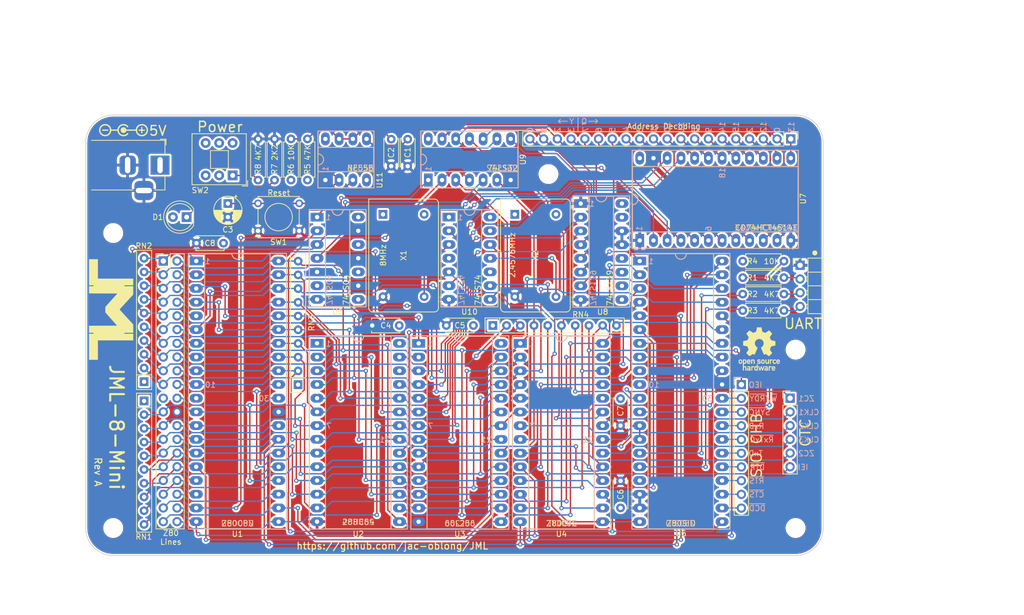
<source format=kicad_pcb>
(kicad_pcb (version 20221018) (generator pcbnew)
  (layers (0 "F.Cu" signal) (1 "In1.Cu" power) (2 "In2.Cu" power) (31 "B.Cu" signal) (34 "B.Paste" user) (35 "F.Paste" user) (36 "B.SilkS" user "B.Silkscreen") (37 "F.SilkS" user "F.Silkscreen") (38 "B.Mask" user) (39 "F.Mask" user) (44 "Edge.Cuts" user))
  (net 0 "")
  (net 1 "GND")
  (net 2 "/Power, Clock and Reset/555Control")
  (net 3 "/Power, Clock and Reset/555Dis{slash}Thr")
  (net 4 "/Power, Clock and Reset/555Trigger")
  (net 5 "+5V")
  (net 6 "/Power, Clock and Reset/LED_TO_R")
  (net 7 "/Power, Clock and Reset/PWR_IN")
  (net 8 "/Peripherals/RxDB")
  (net 9 "/Peripherals/~{RxTxCB}")
  (net 10 "/Peripherals/TxDB")
  (net 11 "/Peripherals/~{SYNCB}")
  (net 12 "/Peripherals/~{W}{slash}~{RDYB}")
  (net 13 "/Peripherals/~{RTSB}")
  (net 14 "/Peripherals/~{CTSB}")
  (net 15 "/Peripherals/~{DTRB}")
  (net 16 "/Peripherals/~{DCDB}")
  (net 17 "/Peripherals/SIO_IEO")
  (net 18 "/Peripherals/UART_Tx")
  (net 19 "/Peripherals/UART_Rx")
  (net 20 "/Peripherals/UART_CTS")
  (net 21 "/Peripherals/CLK{slash}TRG1")
  (net 22 "/Peripherals/ZC{slash}TO1")
  (net 23 "/Peripherals/CLK{slash}TRG2")
  (net 24 "/Peripherals/ZC{slash}TO2")
  (net 25 "/Peripherals/CLK{slash}TRG3")
  (net 26 "/CTC IEI")
  (net 27 "/Address Decoding/Y0")
  (net 28 "/Address Decoding/Y1")
  (net 29 "/Address Decoding/Y2")
  (net 30 "/Address Decoding/Y3")
  (net 31 "/Address Decoding/Y4")
  (net 32 "/Address Decoding/Y5")
  (net 33 "/Address Decoding/Y6")
  (net 34 "/Address Decoding/Y7")
  (net 35 "/Address Decoding/Y8")
  (net 36 "/Address Decoding/Y9")
  (net 37 "/Address Decoding/Y10")
  (net 38 "/Address Decoding/Y11")
  (net 39 "/Address Decoding/Y12")
  (net 40 "/Address Decoding/Y13")
  (net 41 "/Address Decoding/Y14")
  (net 42 "/Address Decoding/Y15")
  (net 43 "/Address Decoding/Q0")
  (net 44 "/Address Decoding/Q1")
  (net 45 "/Address Decoding/Q2")
  (net 46 "/Address Decoding/Q3")
  (net 47 "/A11")
  (net 48 "/A10")
  (net 49 "/A12")
  (net 50 "/A9")
  (net 51 "/A13")
  (net 52 "/A8")
  (net 53 "/A14")
  (net 54 "/A7")
  (net 55 "/A15")
  (net 56 "/A6")
  (net 57 "/CLK")
  (net 58 "/A5")
  (net 59 "/D4")
  (net 60 "/A4")
  (net 61 "/D3")
  (net 62 "/A3")
  (net 63 "/D5")
  (net 64 "/A2")
  (net 65 "/D6")
  (net 66 "/A1")
  (net 67 "/A0")
  (net 68 "/D2")
  (net 69 "/D7")
  (net 70 "/~{RFSH}")
  (net 71 "/D0")
  (net 72 "/~{M1}")
  (net 73 "/D1")
  (net 74 "/~{RESET}")
  (net 75 "/~{INT}")
  (net 76 "/~{BUSRQ}")
  (net 77 "/~{NMI}")
  (net 78 "/~{WAIT}")
  (net 79 "/~{HALT}")
  (net 80 "/~{BUSACK}")
  (net 81 "/~{MREQ}")
  (net 82 "/~{WR}")
  (net 83 "/~{IORQ}")
  (net 84 "/~{RD}")
  (net 85 "/Peripherals/RxDA")
  (net 86 "/Peripherals/TxDA")
  (net 87 "/Peripherals/~{DTRA}")
  (net 88 "/Power, Clock and Reset/SW_TO_R")
  (net 89 "/~{SIO SYNCA}")
  (net 90 "/~{ROM WE}")
  (net 91 "/~{ROM}")
  (net 92 "/~{RAM}")
  (net 93 "/~{CTC}")
  (net 94 "/~{SIO}")
  (net 100 "/Peripherals/SIO_UART_CLK")
  (net 101 "/Peripherals/SIO_IEI")
  (net 102 "/Peripherals/UART CLK")
  (net 105 "/Address Decoding/~{A15}")
  (net 106 "/Power, Clock and Reset/555Out")
  (net 115 "/Power, Clock and Reset/DFFA_DataIn")
  (net 116 "/Power, Clock and Reset/8MHz")
  (net 117 "/Power, Clock and Reset/DFFB_DataIn")
  (net 118 "/Power, Clock and Reset/2.4576MHz")
  (footprint "Resistor_THT:R_Axial_DIN0207_L6.3mm_D2.5mm_P7.62mm_Horizontal" (layer "F.Cu") (at 212.979 80.137 180)
    (fp_text reference "R1")
    (fp_text value "4K7")
  )
  (footprint "Package_DIP:DIP-40_W15.24mm_Socket_LongPads" (layer "F.Cu") (at 104.262 77.059)
    (fp_text reference "U1")
    (fp_text value "Z80CPU")
  )
  (footprint "Oscillator:Oscillator_DIP-14" (layer "F.Cu") (at 163.19 68.423 -90)
    (fp_text reference "X2")
    (fp_text value "2.4576MHz")
  )
  (footprint "Package_DIP:DIP-16_W7.62mm_Socket_LongPads" (layer "F.Cu") (at 175.382 66.421)
    (fp_text reference "U8")
    (fp_text value "74LS139")
  )
  (footprint "LED_THT:LED_D5.0mm" (layer "F.Cu") (at 102.489 68.931 180)
    (fp_text reference "D1")
    (fp_text value "RED")
  )
  (footprint "Package_DIP:DIP-8_W7.62mm_Socket_LongPads" (layer "F.Cu") (at 128.148 62.073 90)
    (fp_text reference "U11")
    (fp_text value "NE555P")
  )
  (footprint "Package_DIP:DIP-28_W15.24mm_Socket_LongPads" (layer "F.Cu") (at 145.41 92.314)
    (fp_text reference "U3")
    (fp_text value "60L256")
  )
  (footprint "Resistor_THT:R_Array_SIP10" (layer "F.Cu") (at 123.108 99.949 90)
    (fp_text reference "RN3")
    (fp_text value "10K")
  )
  (footprint "Capacitor_THT:C_Disc_D5.0mm_W2.5mm_P5.00mm" (layer "F.Cu") (at 155.53 88.997 180)
    (fp_text reference "C5")
    (fp_text value "2.2uF")
  )
  (footprint "Resistor_THT:R_Axial_DIN0207_L6.3mm_D2.5mm_P7.62mm_Horizontal" (layer "F.Cu") (at 205.359 77.089)
    (fp_text reference "R4")
    (fp_text value "10K")
  )
  (footprint "Capacitor_THT:C_Disc_D5.0mm_W2.5mm_P5.00mm" (layer "F.Cu") (at 140.33 54.503 -90)
    (fp_text reference "C2")
    (fp_text value "1uF")
  )
  (footprint "Resistor_THT:R_Array_SIP10" (layer "F.Cu") (at 159.126 88.997)
    (fp_text reference "RN4")
    (fp_text value "10K")
  )
  (footprint "Package_DIP:DIP-24_W15.24mm_Socket_LongPads" (layer "F.Cu") (at 186.304 73.249 90)
    (fp_text reference "U7")
    (fp_text value "CD74HCT4514E")
  )
  (footprint "MountingHole:MountingHole_3.2mm_M3" (layer "F.Cu") (at 215.138 126.492)
    (fp_text reference "H5" hide)
    (fp_text value "MountingHole" hide)
  )
  (footprint "Package_DIP:DIP-40_W15.24mm_Socket_LongPads" (layer "F.Cu") (at 186.299 77.064)
    (fp_text reference "U5")
    (fp_text value "Z80SIO")
  )
  (footprint "Resistor_THT:R_Array_SIP10" (layer "F.Cu") (at 94.61 99.411 90)
    (fp_text reference "RN2")
    (fp_text value "10K")
  )
  (footprint "Capacitor_THT:C_Disc_D5.0mm_W2.5mm_P5.00mm" (layer "F.Cu") (at 141.814 88.997 180)
    (fp_text reference "C4")
    (fp_text value "2.2uF")
  )
  (footprint "Package_DIP:DIP-14_W7.62mm_Socket_LongPads" (layer "F.Cu") (at 147.183 62.073 90)
    (fp_text reference "U9")
    (fp_text value "74LS32")
  )
  (footprint "Connector_PinHeader_2.54mm:PinHeader_1x10_P2.54mm_Vertical" (layer "F.Cu") (at 205.105 99.949)
    (fp_text reference "J2" hide)
    (fp_text value "SIO CHB")
  )
  (footprint "Button_Switch_THT:SW_Tactile_Straight_KSA0Axx1LFTR" (layer "F.Cu") (at 123.312 71.471 180)
    (fp_text reference "SW1")
    (fp_text value "Reset")
  )
  (footprint "Symbol:OSHW-Logo_7.5x8mm_SilkScreen" (layer "F.Cu") (at 208.407 93.345)
    (fp_text reference "REF**" hide)
    (fp_text value "OSHW-Logo_7.5x8mm_SilkScreen" hide)
  )
  (footprint "Resistor_THT:R_Axial_DIN0207_L6.3mm_D2.5mm_P7.62mm_Horizontal" (layer "F.Cu") (at 212.979 83.185 180)
    (fp_text reference "R2")
    (fp_text value "4K7")
  )
  (footprint "Package_DIP:DIP-28_W15.24mm_Socket_LongPads" (layer "F.Cu") (at 164.206 92.314)
    (fp_text reference "U4")
    (fp_text value "Z80CTC")
  )
  (footprint "Connector_PinHeader_2.54mm:PinHeader_2x20_P2.54mm_Vertical" (layer "F.Cu") (at 98.166 77.059)
    (fp_text reference "J6" hide)
    (fp_text value "Z80 Lines")
  )
  (footprint "MountingHole:MountingHole_3.2mm_M3" (layer "F.Cu") (at 88.9 126.492)
    (fp_text reference "H4" hide)
    (fp_text value "MountingHole" hide)
  )
  (footprint "Connector_BarrelJack:BarrelJack_Horizontal" (layer "F.Cu") (at 97.567 59.309)
    (fp_text reference "J1" hide)
    (fp_text value "BarrelJack")
  )
  (footprint "Button_Switch_THT:SW_Push_2P2T_Toggle_CK_PVA2xxH1xxxxxxV2" (layer "F.Cu") (at 110.998 61.214 180)
    (fp_text reference "SW2")
    (fp_text value "Power")
  )
  (footprint "Symbol:Polarity_Center_Positive_6mm_SilkScreen" (layer "F.Cu") (at 90.805 52.832)
    (fp_text reference "REF**" hide)
    (fp_text value "Polarity_Center_Positive_6mm_SilkScreen" hide)
  )
  (footprint "Resistor_THT:R_Axial_DIN0207_L6.3mm_D2.5mm_P7.62mm_Horizontal" (layer "F.Cu") (at 115.697 62.083 90)
    (fp_text reference "R8")
    (fp_text value "4K7")
  )
  (footprint "Capacitor_THT:C_Disc_D5.0mm_W2.5mm_P5.00mm" (layer "F.Cu") (at 109.302 73.757 180)
    (fp_text reference "C8")
    (fp_text value "2.2uF")
  )
  (footprint "Resistor_THT:R_Axial_DIN0207_L6.3mm_D2.5mm_P7.62mm_Horizontal" (layer "F.Cu") (at 121.788 62.073 90)
    (fp_text reference "R6")
    (fp_text value "10K")
  )
  (footprint "Connector_PinHeader_2.54mm:PinHeader_1x20_P2.54mm_Vertical" (layer "F.Cu") (at 214.244 54.453 -90)
    (fp_text reference "J5" hide)
    (fp_text value "Address Decoding")
  )
  (footprint "Resistor_THT:R_Axial_DIN0207_L6.3mm_D2.5mm_P7.62mm_Horizontal" (layer "F.Cu") (at 124.836 62.073 90)
    (fp_text reference "R5")
    (fp_text value "47K")
  )
  (footprint "MountingHole:MountingHole_3.2mm_M3" (layer "F.Cu") (at 169.418 60.96)
    (fp_text reference "H2" hide)
    (fp_text value "MountingHole" hide)
  )
  (footprint "Resistor_THT:R_Axial_DIN0207_L6.3mm_D2.5mm_P7.62mm_Horizontal" (layer "F.Cu") (at 118.74 62.083 90)
    (fp_text reference "R7")
    (fp_text value "2K2")
  )
  (footprint "MountingHole:MountingHole_3.2mm_M3" (layer "F.Cu") (at 88.9 71.882)
    (fp_text reference "H3" hide)
    (fp_text value "MountingHole" hide)
  )
  (footprint "Capacitor_THT:CP_Radial_D5.0mm_P2.50mm" (layer "F.Cu") (at 110.109 66.421 -90)
    (fp_text reference "C3")
    (fp_text value "0.1uF")
  )
  (footprint "Resistor_THT:R_Array_SIP10" (layer "F.Cu") (at 94.61 102.967 -90)
    (fp_text reference "RN1")
    (fp_text value "10K")
  )
  (footprint "MountingHole:MountingHole_3.2mm_M3" (layer "F.Cu") (at 215.138 93.472)
    (fp_text reference "H1" hide)
    (fp_text value "MountingHole" hide)
  )
  (footprint "Capacitor_THT:C_Disc_D5.0mm_W2.5mm_P5.00mm" (layer "F.Cu") (at 143.378 59.503 90)
    (fp_text reference "C1")
    (fp_text value "0.001uF")
  )
  (footprint "Capacitor_THT:C_Disc_D5.0mm_W2.5mm_P5.00mm" (layer "F.Cu") (at 182.753 122.769 90)
    (fp_text reference "C6")
    (fp_text value "2.2uF")
  )
  (footprint "Package_DIP:DIP-28_W15.24mm_Socket_LongPads" (layer "F.Cu") (at 126.609 92.299)
    (fp_text reference "U2")
    (fp_text value "28HC64")
  )
  (footprint "Connector_PinHeader_2.54mm:PinHeader_1x06_P2.54mm_Vertical" (layer "F.Cu") (at 214.117 102.459)
    (fp_text reference "J4" hide)
    (fp_text value "CTC Extra Lines")
  )
  (footprint "Resistor_THT:R_Axial_DIN0207_L6.3mm_D2.5mm_P7.62mm_Horizontal" (layer "F.Cu") (at 212.979 86.233 180)
    (fp_text reference "R3")
    (fp_text value "4K7")
  )
  (footprint "JML:JML-Logo" (layer "F.Cu") (at 88.519 86.85446 -90)
    (fp_text reference "G***" hide)
    (fp_text value "LOGO" hide)
  )
  (footprint "Connector_PinHeader_2.54mm:PinHeader_1x04_P2.54mm_Horizontal" (layer "F.Cu") (at 215.97 77.851)
    (fp_text reference "J3" hide)
    (fp_text value "UART")
  )
  (footprint "Capacitor_THT:C_Disc_D5.0mm_W2.5mm_P5.00mm" (layer "F.Cu") (at 182.748 102.539 -90)
    (fp_text reference "C7")
    (fp_text value "2.2uF")
  )
  (footprint "Package_DIP:DIP-14_W7.62mm_Socket_LongPads" (layer "F.Cu") (at 126.614 68.931)
    (fp_text reference "U6")
    (fp_text value "74LS04")
  )
  (footprint "Oscillator:Oscillator_DIP-14" (layer "F.Cu") (at 138.806 68.423 -90)
    (fp_text reference "X1")
    (fp_text value "8MHz")
  )
  (footprint "Package_DIP:DIP-14_W7.62mm_Socket_LongPads" (layer "F.Cu") (at 151.008 68.926)
    (fp_text reference "U10")
    (fp_text value "74LS74")
  )
  (gr_line (start 176.8475 51.181) (end 178.4985 51.181) (stroke (width 0.1524)) (layer "B.SilkS"))
  (gr_line (start 174.879 53.213) (end 174.879 50.546) (stroke (width 0.1524)) (layer "B.SilkS"))
  (gr_line (start 171.6405 50.8) (end 171.2595 51.181) (stroke (width 0.1524)) (layer "B.SilkS"))
  (gr_line (start 178.1175 51.562) (end 178.4985 51.181) (stroke (width 0.1524)) (layer "B.SilkS"))
  (gr_line (start 171.6405 51.562) (end 171.2595 51.181) (stroke (width 0.1524)) (layer "B.SilkS"))
  (gr_line (start 178.1175 50.8) (end 178.4985 51.181) (stroke (width 0.1524)) (layer "B.SilkS"))
  (gr_line (start 172.9105 51.181) (end 171.2595 51.181) (stroke (width 0.1524)) (layer "B.SilkS"))
  (gr_circle (center 218.694 75.565) (end 219.075 75.565) (stroke (width 0.1524)) (fill solid) (layer "F.SilkS"))
  (gr_arc (start 220.218 126.492) (mid 218.730102 130.084102) (end 215.138 131.572) (stroke (width 0.15)) (layer "Edge.Cuts"))
  (gr_arc (start 83.82 55.118) (mid 85.307898 51.525898) (end 88.9 50.038) (stroke (width 0.15)) (layer "Edge.Cuts"))
  (gr_line (start 220.218 55.118) (end 220.218 126.492) (stroke (width 0.15)) (layer "Edge.Cuts"))
  (gr_line (start 215.138 131.572) (end 88.9 131.572) (stroke (width 0.15)) (layer "Edge.Cuts"))
  (gr_line (start 83.82 126.492) (end 83.82 55.118) (stroke (width 0.15)) (layer "Edge.Cuts"))
  (gr_arc (start 215.138 50.038) (mid 218.730102 51.525898) (end 220.218 55.118) (stroke (width 0.15)) (layer "Edge.Cuts"))
  (gr_arc (start 88.9 131.572) (mid 85.307898 130.084102) (end 83.82 126.492) (stroke (width 0.15)) (layer "Edge.Cuts"))
  (gr_line (start 215.138 50.038) (end 88.9 50.038) (stroke (width 0.15)) (layer "Edge.Cuts"))
  (gr_text "18" (at 202.184 59.69 90) (layer "B.SilkS") (effects (font (size 1.016 1.016) (thickness 0.1524)) (justify left bottom mirror)))
  (gr_text "Y" (at 174.244 51.816) (layer "B.SilkS") (effects (font (size 1.016 1.016) (thickness 0.1524)) (justify left bottom mirror)))
  (gr_text "74LS74" (at 152.654 85.344 -90) (layer "B.SilkS") (effects (font (size 1.016 1.016) (thickness 0.1524)) (justify left bottom mirror)))
  (gr_text "ZC2" (at 218.694 113.284) (layer "B.SilkS") (effects (font (size 1.016 1.016) (thickness 0.1524)) (justify left bottom mirror)))
  (gr_text "28HC64" (at 137.287 125.984) (layer "B.SilkS") (effects (font (size 1.016 1.016) (thickness 0.1524)) (justify left bottom mirror)))
  (gr_text "~{DTR}" (at 209.55 115.824) (layer "B.SilkS") (effects (font (size 1.016 1.016) (thickness 0.1524)) (justify left bottom mirror)))
  (gr_text "IEO" (at 209.042 100.584) (layer "B.SilkS") (effects (font (size 1.016 1.016) (thickness 0.1524)) (justify left bottom mirror)))
  (gr_text "74LS139" (at 177.038 85.471 -90) (layer "B.SilkS") (effects (font (size 1.016 1.016) (thickness 0.1524)) (justify left bottom mirror)))
  (gr_text "CD74HCT4514E" (at 215.519 71.501) (layer "B.SilkS") (effects (font (size 1.016 1.016) (thickness 0.1524)) (justify left bottom mirror)))
  (gr_text "14" (at 202.184 51.181 90) (layer "B.SilkS") (effects (font (size 1.016 1.016) (thickness 0.1524)) (justify left bottom mirror)))
  (gr_text "12" (at 209.804 51.181 90) (layer "B.SilkS") (effects (font (size 1.016 1.016) (thickness 0.1524)) (justify left bottom mirror)))
  (gr_text "1" (at 128.778 59.436 90) (layer "B.SilkS") (effects (font (size 1.016 1.016) (thickness 0.1524)) (justify left bottom mirror)))
  (gr_text "21" (at 159.004 110.744) (layer "B.SilkS") (effects (font (size 1.016 1.016) (thickness 0.1524)) (justify left bottom mirror)))
  (gr_text "~{SYNC}" (at 210.566 105.664) (layer "B.SilkS") (effects (font (size 1.016 1.016) (thickness 0.1524)) (justify left bottom mirror)))
  (gr_text "1" (at 188.976 77.724) (layer "B.SilkS") (effects (font (size 1.016 1.016) (thickness 0.1524)) (justify left bottom mirror)))
  (gr_text "21" (at 177.8 110.744) (layer "B.SilkS") (effects (font (size 1.016 1.016) (thickness 0.1524)) (justify left bottom mirror)))
  (gr_text "1" (at 148.082 92.964) (layer "B.SilkS") (effects (font (size 1.016 1.016) (thickness 0.1524)) (justify left bottom mirror)))
  (gr_text "1" (at 178.054 67.056) (layer "B.SilkS") (effects (font (size 1.016 1.016) (thickness 0.1524)) (justify left bottom mirror)))
  (gr_text "10" (at 192.024 51.181 90) (layer "B.SilkS") (effects (font (size 1.016 1.016) (thickness 0.1524)) (justify left bottom mirror)))
  (gr_text "8" (at 197.104 52.197 90) (layer "B.SilkS") (effects (font (size 1.016 1.016) (thickness 0.1524)) (justify left bottom mirror)))
  (gr_text "IEI" (at 217.551 115.824) (layer "B.SilkS") (effects (font (size 1.016 1.016) (thickness 0.1524)) (justify left bottom mirror)))
  (gr_text "0" (at 166.624 52.197 90) (layer "B.SilkS") (effects (font (size 1.016 1.016) (thickness 0.1524)) (justify left bottom mirror)))
  (gr_text "2" (at 207.264 52.197 90) (layer "B.SilkS") (effects (font (size 1.016 1.016) (thickness 0.1524)) (justify left bottom mirror)))
  (gr_text "RxD" (at 209.423 108.204) (layer "B.SilkS") (effects (font (size 1.016 1.016) (thickness 0.1524)) (justify left bottom mirror)))
  (gr_text "9" (at 199.644 52.197 90) (layer "B.SilkS") (effects (font (size 1.016 1.016) (thickness 0.1524)) (justify left bottom mirror)))
  (gr_text "1" (at 153.67 69.596) (layer "B.SilkS") (effects (font (size 1.016 1.016) (thickness 0.1524)) (justify left bottom mirror)))
  (gr_text "30" (at 117.856 103.124) (layer "B.SilkS") (effects (font (size 1.016 1.016) (thickness 0.1524)) (justify left bottom mirror)))
  (gr_text "4" (at 184.404 52.07 90) (layer "B.SilkS") (effects (font (size 1.016 1.016) (thickness 0.1524)) (justify left bottom mirror)))
  (gr_text "7" (at 176.911 52.07 90) (layer "B.SilkS") (effects (font (size 1.016 1.016) (thickness 0.1524)) (justify left bottom mirror)))
  (gr_text "1" (at 147.828 59.436 90) (layer "B.SilkS") (effects (font (size 1.016 1.016) (thickness 0.1524)) (justify left bottom mirror)))
  (gr_text "6" (at 199.644 70.485 90) (layer "B.SilkS") (effects (font (size 1.016 1.016) (thickness 0.1524)) (justify left bottom mirror)))
  (gr_text "10" (at 107.95 100.584) (layer "B.SilkS") (effects (font (size 1.016 1.016) (thickness 0.1524)) (justify left bottom mirror)))
  (gr_text "1" (at 129.286 92.964) (layer "B.SilkS") (effects (font (size 1.016 1.016) (thickness 0.1524)) (justify left bottom mirror)))
  (gr_text "30" (at 199.898 103.124) (layer "B.SilkS") (effects (font (size 1.016 1.016) (thickness 0.1524)) (justify left bottom mirror)))
  (gr_text "Z80CPU" (at 114.935 126.238) (layer "B.SilkS") (effects (font (size 1.016 1.016) (thickness 0.1524)) (justify left bottom mirror)))
  (gr_text "~{RxTxC}" (at 211.201 110.744) (layer "B.SilkS") (effects (font (size 1.016 1.016) (thickness 0.1524)) (justify left bottom mirror)))
  (gr_text "Z80SIO" (at 196.596 126.238) (layer "B.SilkS") (effects (font (size 1.016 1.016) (thickness 0.1524)) (justify left bottom mirror)))
  (gr_text "74LS04" (at 128.27 85.344 -90) (layer "B.SilkS") (effects (font (size 1.016 1.016) (thickness 0.1524)) (justify left bottom mirror)))
  (gr_text "CLK3" (at 219.583 110.744) (layer "B.SilkS") (effects (font (size 1.016 1.016) (thickness 0.1524)) (justify left bottom mirror)))
  (gr_text "Z80CTC" (at 174.752 126.238) (layer "B.SilkS") (effects (font (size 1.016 1.016) (thickness 0.1524)) (justify left bottom mirror)))
  (gr_text "60L256" (at 155.956 126.238) (layer "B.SilkS") (effects (font (size 1.016 1.016) (thickness 0.1524)) (justify left bottom mirror)))
  (gr_text "3" (at 174.244 52.197 90) (layer "B.SilkS") (effects (font (size 1.016 1.016) (thickness 0.1524)) (justify left bottom mirror)))
  (gr_text "21" (at 140.208 110.744) (layer "B.SilkS") (effects (font (size 1.016 1.016) (thickness 0.1524)) (justify left bottom mirror)))
  (gr_text "7" (at 148.209 108.204) (layer "B.SilkS") (effects (font (size 1.016 1.016) (thickness 0.1524)) (justify left bottom mirror)))
  (gr_text "0" (at 212.344 52.197 90) (layer "B.SilkS") (effects (font (size 1.016 1.016) (thickness 0.1524)) (justify left bottom mirror)))
  (gr_text "~{W}/~{RDY}" (at 211.836 103.124) (layer "B.SilkS") (effects (font (size 1.016 1.016) (thickness 0.1524)) (justify left bottom mirror)))
  (gr_text "3" (at 186.944 52.197 90) (layer "B.SilkS") (effects (font (size 1.016 1.016) (thickness 0.1524)) (justify left bottom mirror)))
  (gr_text "1" (at 169.164 52.197 90) (layer "B.SilkS") (effects (font (size 1.016 1.016) (thickness 0.1524)) (justify left bottom mirror)))
  (gr_text "10" (at 189.992 100.584) (layer "B.SilkS") (effects (font (size 1.016 1.016) (thickness 0.1524)) (justify left bottom mirror)))
  (gr_text "NE555" (at 137.16 60.452) (layer "B.SilkS") (effects (font (size 1.016 1.016) (thickness 0.1524)) (justify left bottom mirror)))
  (gr_text "1" (at 106.934 77.724) (layer "B.SilkS") (effects (font (size 1.016 1.016) (thickness 0.1524)) (justify left bottom mirror)))
  (gr_text "7" (at 129.413 108.204) (layer "B.SilkS") (effects (font (size 1.016 1.016) (thickness 0.1524)) (justify left bottom mirror)))
  (gr_text "Q" (at 176.657 51.816) (layer "B.SilkS") (effects (font (size 1.016 1.016) (thickness 0.1524)) (justify left bottom mirror)))
  (gr_text "2" (at 171.704 52.197 90) (layer "B.SilkS") (effects (font (size 1.016 1.016) (thickness 0.1524)) (justify left bottom mirror)))
  (gr_text "TxD" (at 209.169 113.284) (layer "B.SilkS") (effects (font (size 1.016 1.016) (thickness 0.1524)) (justify left bottom mirror)))
  (gr_text "5" (at 181.864 52.197 90) (layer "B.SilkS") (effects (font (size 1.016 1.016) (thickness 0.1524)) (justify left bottom mirror)))
  (gr_text "7" (at 167.005 108.204) (layer "B.SilkS") (effects (font (size 1.016 1.016) (thickness 0.1524)) (justify left bottom mirror)))
  (gr_text "1" (at 186.817 70.485 90) (layer "B.SilkS") (effects (font (size 1.016 1.016) (thickness 0.1524)) (justify left bottom mirror)))
  (gr_text "~{CTS}" (at 209.423 120.904) (layer "B.SilkS") (effects (font (size 1.016 1.016) (thickness 0.1524)) (justify left bottom mirror)))
  (gr_text "74LS32" (at 163.703 60.452) (layer "B.SilkS") (effects (font (size 1.016 1.016) (thickness 0.1524)) (justify left bottom mirror)))
  (gr_text "1" (at 189.484 52.197 90) (layer "B.SilkS") (effects (font (size 1.016 1.016) (thickness 0.1524)) (justify left bottom mirror)))
  (gr_text "13" (at 214.376 51.181 90) (layer "B.SilkS") (effects (font (size 1.016 1.016) (thickness 0.1524)) (justify left mirror)))
  (gr_text "~{RTS}" (at 209.423 118.364) (layer "B.SilkS") (effects (font (size 1.016 1.016) (thickness 0.1524)) (justify left bottom mirror)))
  (gr_text "~{DCD}" (at 209.677 123.444) (layer "B.SilkS") (effects (font (size 1.016 1.016) (thickness 0.1524)) (justify left bottom mirror)))
  (gr_text "11" (at 194.564 51.181 90) (layer "B.SilkS") (effects (font (size 1.016 1.016) (thickness 0.1524)) (justify left bottom mirror)))
  (gr_text "ZC1" (at 218.694 103.124) (layer "B.SilkS") (effects (font (size 1.016 1.016) (thickness 0.1524)) (justify left bottom mirror)))
  (gr_text "6" (at 179.324 52.197 90) (layer "B.SilkS") (effects (font (size 1.016 1.016) (thickness 0.1524)) (justify left bottom mirror)))
  (gr_text "CLK1" (at 219.583 105.664) (layer "B.SilkS") (effects (font (size 1.016 1.016) (thickness 0.1524)) (justify left bottom mirror)))
  (gr_text "CLK2" (at 219.583 108.204) (layer "B.SilkS") (effects (font (size 1.016 1.016) (thickness 0.1524)) (justify left bottom mirror)))
  (gr_text "1" (at 166.878 92.964) (layer "B.SilkS") (effects (font (size 1.016 1.016) (thickness 0.1524)) (justify left bottom mirror)))
  (gr_text "15" (at 204.724 51.181 90) (layer "B.SilkS") (effects (font (size 1.016 1.016) (thickness 0.1524)) (justify left bottom mirror)))
  (gr_text "1" (at 129.286 69.596) (layer "B.SilkS") (effects (font (size 1.016 1.016) (thickness 0.1524)) (justify left bottom mirror)))
  (gr_text "Rev A" (at 85.344 113.284 -90) (layer "F.SilkS") (effects (font (size 1.27 1.27) (thickness 0.2032)) (justify left bottom)))
  (gr_text "SIO CHB" (at 209.042 117.348 90) (layer "F.SilkS") (effects (font (size 1.905 1.905) (thickness 0.254)) (justify left bottom)))
  (gr_text "2.4576MHz" (at 163.322 80.264 90) (layer "F.SilkS") (effects (font (size 1.016 1.016) (thickness 0.1524)) (justify left bottom)))
  (gr_text "60L256" (at 150.114 126.238) (layer "F.SilkS") (effects (font (size 1.016 1.016) (thickness 0.1524)) (justify left bottom)))
  (gr_text "Reset" (at 117.348 65.024) (layer "F.SilkS") (effects (font (size 1.016 1.016) (thickness 0.1524)) (justify left bottom)))
  (gr_text "Power" (at 104.267 53.34) (layer "F.SilkS") (effects (font (size 1.905 1.905) (thickness 0.254)) (justify left bottom)))
  (gr_text "Z80CTC" (at 168.91 126.238) (layer "F.SilkS") (effects (font (size 1.016 1.016) (thickness 0.1524)) (justify left bottom)))
  (gr_text "Z80SIO" (at 191.135 126.238) (layer "F.SilkS") (effects (font (size 1.016 1.016) (thickness 0.1524)) (justify left bottom)))
  (gr_text "CD74HCT4514E" (at 203.835 71.501) (layer "F.SilkS") (effects (font (size 1.016 1.016) (thickness 0.1524)) (justify left bottom)))
  (gr_text "4K7" (at 116.332 58.547 90) (layer "F.SilkS") (effects (font (size 1.016 1.016) (thickness 0.1524)) (justify left bottom)))
  (gr_text "UART" (at 212.852 89.789) (layer "F.SilkS") (effects (font (size 1.905 1.905) (thickness 0.254)) (justify left bottom)))
  (gr_text "Z80CPU" (at 108.839 126.238) (layer "F.SilkS") (effects (font (size 1.016 1.016) (thickness 0.1524)) (justify left bottom)))
  (gr_text "47K" (at 125.476 58.547 90) (layer "F.SilkS") (effects (font (size 1.016 1.016) (thickness 0.1524)) (justify left bottom)))
  (gr_text "2K2" (at 119.38 58.547 90) (layer "F.SilkS") (effects (font (size 1.016 1.016) (thickness 0.1524)) (justify left bottom)))
  (gr_text "10K" (at 209.169 77.724) (layer "F.SilkS") (effects (font (size 1.016 1.016) (thickness 0.1524)) (justify left bottom)))
  (gr_text "CTC" (at 218.059 111.633 90) (layer "F.SilkS") (effects (font (size 1.905 1.905) (thickness 0.254)) (justify left bottom)))
  (gr_text "4K7" (at 209.169 83.82) (layer "F.SilkS") (effects (font (size 1.016 1.016) (thickness 0.1524)) (justify left bottom)))
  (gr_text "74LS74" (at 156.972 85.344 90) (layer "F.SilkS") (effects (font (size 1.016 1.016) (thickness 0.1524)) (justify left bottom)))
  (gr_text "4K7" (at 209.169 80.772) (layer "F.SilkS") (effects (font (size 1.016 1.016) (thickness 0.1524)) (justify left bottom)))
  (gr_text "Z80\nLines" (at 99.568 129.667) (layer "F.SilkS") (effects (font (size 1.016 1.016) (thickness 0.1524)) (justify bottom)))
  (gr_text "https://github.com/jac-oblong/JML" (at 122.682 130.556) (layer "F.SilkS") (effects (font (size 1.27 1.27) (thickness 0.2032)) (justify left bottom)))
  (gr_text "74LS04" (at 132.588 85.344 90) (layer "F.SilkS") (effects (font (size 1.016 1.016) (thickness 0.1524)) (justify left bottom)))
  (gr_text "Address Decoding" (at 183.896 52.705) (layer "F.SilkS") (effects (font (size 1.016 1.016) (thickness 0.1524)) (justify left bottom)))
  (gr_text "8MHz" (at 139.446 78.105 90) (layer "F.SilkS") (effects (font (size 1.016 1.016) (thickness 0.1524)) (justify left bottom)))
  (gr_text "74LS139" (at 181.356 85.471 90) (layer "F.SilkS") (effects (font (size 1.016 1.016) (thickness 0.1524)) (justify left bottom)))
  (gr_text "JML-8-Mini" (at 88.011 96.012 270) (layer "F.SilkS") (effects (font (size 2.54 2.54) (thickness 0.381)) (justify left bottom)))
  (gr_text "NE555" (at 132.08 60.452) (layer "F.SilkS") (effects (font (size 1.016 1.016) (thickness 0.1524)) (justify left bottom)))
  (gr_text "4K7" (at 209.169 86.868) (layer "F.SilkS") (effects (font (size 1.016 1.016) (thickness 0.1524)) (justify left bottom)))
  (gr_text "10K" (at 122.428 58.547 90) (layer "F.SilkS") (effects (font (size 1.016 1.016) (thickness 0.1524)) (justify left bottom)))
  (gr_text "28HC64" (at 131.191 125.984) (layer "F.SilkS") (effects (font (size 1.016 1.016) (thickness 0.1524)) (justify left bottom)))
  (gr_text "5V	" (at 95.377 53.975) (layer "F.SilkS") (effects (font (size 1.778 1.778) (thickness 0.254)) (justify left bottom)))
  (gr_text "74LS32" (at 157.988 60.452) (layer "F.SilkS") (effects (font (size 1.016 1.016) (thickness 0.1524)) (justify left bottom)))
  (segment (start 135.768 54.453) (end 136.943 55.628) (width 0.25) (layer "F.Cu") (net 2))
  (segment (start 142.253 55.628) (end 143.378 54.503) (width 0.25) (layer "F.Cu") (net 2))
  (segment (start 136.943 55.628) (end 142.253 55.628) (width 0.25) (layer "F.Cu") (net 2))
  (segment (start 134.753 52.928) (end 138.755 52.928) (width 0.25) (layer "F.Cu") (net 3))
  (segment (start 133.228 54.453) (end 134.753 52.928) (width 0.25) (layer "F.Cu") (net 3))
  (segment (start 130.688 54.453) (end 133.228 54.453) (width 0.25) (layer "F.Cu") (net 3))
  (segment (start 138.755 52.928) (end 140.33 54.503) (width 0.25) (layer "F.Cu") (net 3))
  (segment (start 124.836 54.453) (end 126.361 52.928) (width 0.25) (layer "F.Cu") (net 3))
  (segment (start 129.163 52.928) (end 130.688 54.453) (width 0.25) (layer "F.Cu") (net 3))
  (segment (start 126.361 52.928) (end 129.163 52.928) (width 0.25) (layer "F.Cu") (net 3))
  (segment (start 123.068 54.453) (end 130.688 62.073) (width 0.25) (layer "F.Cu") (net 4))
  (segment (start 126.37 66.391) (end 130.688 62.073) (width 0.25) (layer "F.Cu") (net 4))
  (segment (start 123.312 66.391) (end 126.37 66.391) (width 0.25) (layer "F.Cu") (net 4))
  (segment (start 121.788 54.453) (end 123.068 54.453) (width 0.25) (layer "F.Cu") (net 4))
  (segment (start 110.109 66.421) (end 115.662 66.421) (width 0.25) (layer "F.Cu") (net 4))
  (segment (start 115.692 66.391) (end 123.312 66.391) (width 0.25) (layer "F.Cu") (net 4))
  (segment (start 115.662 66.421) (end 115.692 66.391) (width 0.25) (layer "F.Cu") (net 4))
  (segment (start 115.627112 66.455888) (end 115.692 66.391) (width 0.25) (layer "F.Cu") (net 4))
  (segment (start 117.615 63.208) (end 118.74 62.083) (width 0.25) (layer "F.Cu") (net 6))
  (segment (start 108.212 63.208) (end 117.615 63.208) (width 0.25) (layer "F.Cu") (net 6))
  (segment (start 102.489 68.931) (end 108.212 63.208) (width 0.25) (layer "F.Cu") (net 6))
  (segment (start 201.539 107.544) (end 205.08 107.544) (width 0.25) (layer "B.Cu") (net 8))
  (segment (start 205.08 107.544) (end 205.105 107.569) (width 0.25) (layer "B.Cu") (net 8))
  (segment (start 205.08 110.084) (end 205.105 110.109) (width 0.25) (layer "B.Cu") (net 9))
  (segment (start 201.539 110.084) (end 205.08 110.084) (width 0.25) (layer "B.Cu") (net 9))
  (segment (start 201.539 112.624) (end 205.08 112.624) (width 0.25) (layer "B.Cu") (net 10))
  (segment (start 205.08 112.624) (end 205.105 112.649) (width 0.25) (layer "B.Cu") (net 10))
  (segment (start 201.539 105.004) (end 205.08 105.004) (width 0.25) (layer "B.Cu") (net 11))
  (segment (start 205.08 105.004) (end 205.105 105.029) (width 0.25) (layer "B.Cu") (net 11))
  (segment (start 205.08 102.464) (end 205.105 102.489) (width 0.25) (layer "B.Cu") (net 12))
  (segment (start 201.539 102.464) (end 205.08 102.464) (width 0.25) (layer "B.Cu") (net 12))
  (segment (start 201.539 117.704) (end 205.08 117.704) (width 0.25) (layer "B.Cu") (net 13))
  (segment (start 205.08 117.704) (end 205.105 117.729) (width 0.25) (layer "B.Cu") (net 13))
  (segment (start 205.08 120.244) (end 205.105 120.269) (width 0.25) (layer "B.Cu") (net 14))
  (segment (start 201.539 120.244) (end 205.08 120.244) (width 0.25) (layer "B.Cu") (net 14))
  (segment (start 205.08 115.164) (end 205.105 115.189) (width 0.25) (layer "B.Cu") (net 15))
  (segment (start 201.539 115.164) (end 205.08 115.164) (width 0.25) (layer "B.Cu") (net 15))
  (segment (start 205.08 122.784) (end 205.105 122.809) (width 0.25) (layer "B.Cu") (net 16))
  (segment (start 201.539 122.784) (end 205.08 122.784) (width 0.25) (layer "B.Cu") (net 16))
  (segment (start 204.089 93.599) (end 205.105 94.615) (width 0.25) (layer "F.Cu") (net 17))
  (segment (start 205.105 94.615) (end 205.105 99.949) (width 0.25) (layer "F.Cu") (net 17))
  (via (at 204.089 93.599) (size 0.8) (drill 0.4) (layers "F.Cu" "B.Cu") (net 17))
  (segment (start 200.025 93.599) (end 198.73 92.304) (width 0.25) (layer "B.Cu") (net 17))
  (segment (start 198.73 92.304) (end 186.299 92.304) (width 0.25) (layer "B.Cu") (net 17))
  (segment (start 204.089 93.599) (end 200.025 93.599) (width 0.25) (layer "B.Cu") (net 17))
  (segment (start 213.233 80.391) (end 212.979 80.137) (width 0.25) (layer "F.Cu") (net 18))
  (segment (start 212.979 80.137) (end 215.716 80.137) (width 0.25) (layer "B.Cu") (net 18))
  (segment (start 215.716 80.137) (end 215.97 80.391) (width 0.25) (layer "B.Cu") (net 18))
  (segment (start 215.716 83.185) (end 215.97 82.931) (width 0.25) (layer "F.Cu") (net 19))
  (segment (start 212.979 83.185) (end 215.716 83.185) (width 0.25) (layer "B.Cu") (net 19))
  (segment (start 215.716 83.185) (end 215.97 82.931) (width 0.25) (layer "B.Cu") (net 19))
  (segment (start 215.208 86.233) (end 215.97 85.471) (width 0.25) (layer "B.Cu") (net 20))
  (segment (start 212.979 86.233) (end 215.208 86.233) (width 0.25) (layer "B.Cu") (net 20))
  (segment (start 212.817 106.299) (end 180.701 106.299) (width 0.25) (layer "B.Cu") (net 21))
  (segment (start 180.701 106.299) (end 179.446 107.554) (width 0.25) (layer "B.Cu") (net 21))
  (segment (start 214.117 104.999) (end 212.817 106.299) (width 0.25) (layer "B.Cu") (net 21))
  (segment (start 184.658 109.601) (end 184.658 104.648) (width 0.25) (layer "F.Cu") (net 22))
  (segment (start 182.88 111.379) (end 184.658 109.601) (width 0.25) (layer "F.Cu") (net 22))
  (segment (start 184.658 101.6) (end 183.896 100.838) (width 0.25) (layer "F.Cu") (net 22))
  (segment (start 184.658 104.648) (end 184.658 101.6) (width 0.25) (layer "F.Cu") (net 22))
  (via (at 182.88 111.379) (size 0.8) (drill 0.4) (layers "F.Cu" "B.Cu") (net 22))
  (via (at 183.896 100.838) (size 0.8) (drill 0.4) (layers "F.Cu" "B.Cu") (net 22))
  (segment (start 184.277 101.219) (end 212.877 101.219) (width 0.25) (layer "B.Cu") (net 22))
  (segment (start 212.877 101.219) (end 214.117 102.459) (width 0.25) (layer "B.Cu") (net 22))
  (segment (start 177.8 111.379) (end 182.88 111.379) (width 0.25) (layer "B.Cu") (net 22))
  (segment (start 164.206 110.094) (end 176.515 110.094) (width 0.25) (layer "B.Cu") (net 22))
  (segment (start 176.515 110.094) (end 177.8 111.379) (width 0.25) (layer "B.Cu") (net 22))
  (segment (start 183.896 100.838) (end 184.277 101.219) (width 0.25) (layer "B.Cu") (net 22))
  (segment (start 212.817 108.839) (end 184.912 108.839) (width 0.25) (layer "B.Cu") (net 23))
  (segment (start 183.657 110.094) (end 179.446 110.094) (width 0.25) (layer "B.Cu") (net 23))
  (segment (start 214.117 107.539) (end 212.817 108.839) (width 0.25) (layer "B.Cu") (net 23))
  (segment (start 184.912 108.839) (end 183.657 110.094) (width 0.25) (layer "B.Cu") (net 23))
  (segment (start 214.117 112.619) (end 212.817 113.919) (width 0.25) (layer "B.Cu") (net 24))
  (segment (start 177.927 113.919) (end 176.642 112.634) (width 0.25) (layer "B.Cu") (net 24))
  (segment (start 212.817 113.919) (end 177.927 113.919) (width 0.25) (layer "B.Cu") (net 24))
  (segment (start 176.642 112.634) (end 164.206 112.634) (width 0.25) (layer "B.Cu") (net 24))
  (segment (start 183.657 112.634) (end 179.446 112.634) (width 0.25) (layer "B.Cu") (net 25))
  (segment (start 212.817 111.379) (end 184.912 111.379) (width 0.25) (layer "B.Cu") (net 25))
  (segment (start 184.912 111.379) (end 183.657 112.634) (width 0.25) (layer "B.Cu") (net 25))
  (segment (start 214.117 110.079) (end 212.817 111.379) (width 0.25) (layer "B.Cu") (net 25))
  (segment (start 169.286 88.997) (end 169.286 116.459) (width 0.25) (layer "F.Cu") (net 26))
  (segment (start 169.286 122.804) (end 169.291 122.809) (width 0.25) (layer "F.Cu") (net 26))
  (segment (start 169.286 116.459) (end 169.286 122.804) (width 0.25) (layer "F.Cu") (net 26))
  (via (at 169.291 122.809) (size 0.8) (drill 0.4) (layers "F.Cu" "B.Cu") (net 26))
  (via (at 169.286 116.459) (size 0.8) (drill 0.4) (layers "F.Cu" "B.Cu") (net 26))
  (segment (start 214.117 115.159) (end 212.817 116.459) (width 0.25) (layer "B.Cu") (net 26))
  (segment (start 169.276 122.794) (end 164.206 122.794) (width 0.25) (layer "B.Cu") (net 26))
  (segment (start 212.817 116.459) (end 169.286 116.459) (width 0.25) (layer "B.Cu") (net 26))
  (segment (start 169.291 122.809) (end 169.276 122.794) (width 0.25) (layer "B.Cu") (net 26))
  (segment (start 212.979 55.728) (end 211.704 54.453) (width 0.25) (layer "F.Cu") (net 27))
  (segment (start 212.979 71.974) (end 212.979 55.728) (width 0.25) (layer "F.Cu") (net 27))
  (segment (start 211.704 73.249) (end 212.979 71.974) (width 0.25) (layer "F.Cu") (net 27))
  (segment (start 153.944 56.134) (end 158.202 56.134) (width 0.25) (layer "B.Cu") (net 27))
  (segment (start 158.202 56.134) (end 159.883 54.453) (width 0.25) (layer "B.Cu") (net 27))
  (segment (start 154.519 52.197) (end 152.263 54.453) (width 0.25) (layer "B.Cu") (net 27))
  (segment (start 152.263 54.453) (end 153.944 56.134) (width 0.25) (layer "B.Cu") (net 27))
  (segment (start 209.448 52.197) (end 154.519 52.197) (width 0.25) (layer "B.Cu") (net 27))
  (segment (start 211.704 54.453) (end 209.448 52.197) (width 0.25) (layer "B.Cu") (net 27))
  (segment (start 191.643 55.88) (end 192.659 56.896) (width 0.25) (layer "F.Cu") (net 28))
  (segment (start 192.659 56.896) (end 192.659 59.284) (width 0.25) (layer "F.Cu") (net 28))
  (segment (start 188.844 54.453) (end 190.271 55.88) (width 0.25) (layer "F.Cu") (net 28))
  (segment (start 192.659 59.284) (end 206.624 73.249) (width 0.25) (layer "F.Cu") (net 28))
  (segment (start 190.271 55.88) (end 191.643 55.88) (width 0.25) (layer "F.Cu") (net 28))
  (segment (start 209.423 55.88) (end 210.439 56.896) (width 0.25) (layer "F.Cu") (net 29))
  (segment (start 206.624 54.453) (end 208.051 55.88) (width 0.25) (layer "F.Cu") (net 29))
  (segment (start 208.051 55.88) (end 209.423 55.88) (width 0.25) (layer "F.Cu") (net 29))
  (segment (start 210.439 71.974) (end 209.164 73.249) (width 0.25) (layer "F.Cu") (net 29))
  (segment (start 210.439 56.896) (end 210.439 71.974) (width 0.25) (layer "F.Cu") (net 29))
  (segment (start 190.119 59.284) (end 204.084 73.249) (width 0.25) (layer "F.Cu") (net 30))
  (segment (start 188.978656 55.88) (end 190.119 57.020344) (width 0.25) (layer "F.Cu") (net 30))
  (segment (start 190.119 57.020344) (end 190.119 59.284) (width 0.25) (layer "F.Cu") (net 30))
  (segment (start 187.731 55.88) (end 188.978656 55.88) (width 0.25) (layer "F.Cu") (net 30))
  (segment (start 186.304 54.453) (end 187.731 55.88) (width 0.25) (layer "F.Cu") (net 30))
  (segment (start 186.436 55.88) (end 187.579 57.023) (width 0.25) (layer "F.Cu") (net 31))
  (segment (start 185.191 55.88) (end 186.436 55.88) (width 0.25) (layer "F.Cu") (net 31))
  (segment (start 187.579 57.023) (end 187.579 59.284) (width 0.25) (layer "F.Cu") (net 31))
  (segment (start 187.579 59.284) (end 201.544 73.249) (width 0.25) (layer "F.Cu") (net 31))
  (segment (start 183.764 54.453) (end 185.191 55.88) (width 0.25) (layer "F.Cu") (net 31))
  (segment (start 181.224 54.453) (end 181.224 55.469) (width 0.25) (layer "F.Cu") (net 32))
  (segment (start 181.224 55.469) (end 199.004 73.249) (width 0.25) (layer "F.Cu") (net 32))
  (segment (start 196.464 73.249) (end 178.684 55.469) (width 0.25) (layer "F.Cu") (net 33))
  (segment (start 178.684 55.469) (end 178.684 54.453) (width 0.25) (layer "F.Cu") (net 33))
  (segment (start 193.924 73.249) (end 176.144 55.469) (width 0.25) (layer "F.Cu") (net 34))
  (segment (start 176.144 55.469) (end 176.144 54.453) (width 0.25) (layer "F.Cu") (net 34))
  (segment (start 201.544 58.009) (end 199.415 55.88) (width 0.25) (layer "F.Cu") (net 35))
  (segment (start 199.415 55.88) (end 197.891 55.88) (width 0.25) (layer "F.Cu") (net 35))
  (segment (start 197.891 55.88) (end 196.464 54.453) (width 0.25) (layer "F.Cu") (net 35))
  (segment (start 200.431 55.88) (end 199.004 54.453) (width 0.25) (layer "F.Cu") (net 36))
  (segment (start 204.084 58.009) (end 201.955 55.88) (width 0.25) (layer "F.Cu") (net 36))
  (segment (start 201.955 55.88) (end 200.431 55.88) (width 0.25) (layer "F.Cu") (net 36))
  (segment (start 196.464 57.78) (end 194.564 55.88) (width 0.25) (layer "F.Cu") (net 37))
  (segment (start 194.564 55.88) (end 192.811 55.88) (width 0.25) (layer "F.Cu") (net 37))
  (segment (start 196.464 58.009) (end 196.464 57.78) (width 0.25) (layer "F.Cu") (net 37))
  (segment (start 192.811 55.88) (end 191.384 54.453) (width 0.25) (layer "F.Cu") (net 37))
  (segment (start 195.351 55.88) (end 193.924 54.453) (width 0.25) (layer "F.Cu") (net 38))
  (segment (start 196.875 55.88) (end 195.351 55.88) (width 0.25) (layer "F.Cu") (net 38))
  (segment (start 199.004 58.009) (end 196.875 55.88) (width 0.25) (layer "F.Cu") (net 38))
  (segment (start 211.704 57.018) (end 209.164 54.478) (width 0.25) (layer "F.Cu") (net 39))
  (segment (start 211.704 58.009) (end 211.704 57.018) (width 0.25) (layer "F.Cu") (net 39))
  (segment (start 209.164 54.478) (end 209.164 54.453) (width 0.25) (layer "F.Cu") (net 39))
  (segment (start 214.244 58.009) (end 214.244 54.453) (width 0.25) (layer "F.Cu") (net 40))
  (segment (start 204.495 55.88) (end 202.971 55.88) (width 0.25) (layer "F.Cu") (net 41))
  (segment (start 206.624 58.009) (end 204.495 55.88) (width 0.25) (layer "F.Cu") (net 41))
  (segment (start 202.971 55.88) (end 201.544 54.453) (width 0.25) (layer "F.Cu") (net 41))
  (segment (start 207.035 55.88) (end 205.511 55.88) (width 0.25) (layer "F.Cu") (net 42))
  (segment (start 209.164 58.009) (end 207.035 55.88) (width 0.25) (layer "F.Cu") (net 42))
  (segment (start 205.511 55.88) (end 204.084 54.453) (width 0.25) (layer "F.Cu") (net 42))
  (segment (start 168.656 57.125) (end 165.984 54.453) (width 0.25) (layer "F.Cu") (net 43))
  (segment (start 176.907 63.115) (end 170.942 57.15) (width 0.25) (layer "F.Cu") (net 43))
  (segment (start 170.942 57.15) (end 168.656 57.15) (width 0.25) (layer "F.Cu") (net 43))
  (segment (start 176.907 72.516) (end 176.907 63.115) (width 0.25) (layer "F.Cu") (net 43))
  (segment (start 175.382 74.041) (end 176.907 72.516) (width 0.25) (layer "F.Cu") (net 43))
  (segment (start 168.656 57.15) (end 168.656 57.125) (width 0.25) (layer "F.Cu") (net 43))
  (segment (start 170.771 56.7) (end 168.524 54.453) (width 0.25) (layer "F.Cu") (net 44))
  (segment (start 171.128396 56.7) (end 170.771 56.7) (width 0.25) (layer "F.Cu") (net 44))
  (segment (start 175.382 76.581) (end 177.357 74.606) (width 0.25) (layer "F.Cu") (net 44))
  (segment (start 177.357 62.928604) (end 171.128396 56.7) (width 0.25) (layer "F.Cu") (net 44))
  (segment (start 177.357 74.606) (end 177.357 62.928604) (width 0.25) (layer "F.Cu") (net 44))
  (segment (start 166.776 52.705) (end 168.524 54.453) (width 0.25) (layer "B.Cu") (net 44))
  (segment (start 159.091 52.705) (end 166.776 52.705) (width 0.25) (layer "B.Cu") (net 44))
  (segment (start 157.343 54.453) (end 159.091 52.705) (width 0.25) (layer "B.Cu") (net 44))
  (segment (start 177.807 61.196) (end 171.064 54.453) (width 0.25) (layer "F.Cu") (net 45))
  (segment (start 169.062 52.451) (end 171.064 54.453) (width 0.25) (layer "F.Cu") (net 45))
  (segment (start 175.382 79.121) (end 177.807 76.696) (width 0.25) (layer "F.Cu") (net 45))
  (segment (start 151.725 52.451) (end 169.062 52.451) (width 0.25) (layer "F.Cu") (net 45))
  (segment (start 149.723 54.453) (end 151.725 52.451) (width 0.25) (layer "F.Cu") (net 45))
  (segment (start 177.807 76.696) (end 177.807 61.196) (width 0.25) (layer "F.Cu") (net 45))
  (segment (start 178.257 59.106) (end 173.604 54.453) (width 0.25) (layer "F.Cu") (net 46))
  (segment (start 175.382 81.661) (end 178.257 78.786) (width 0.25) (layer "F.Cu") (net 46))
  (segment (start 178.257 78.786) (end 178.257 59.106) (width 0.25) (layer "F.Cu") (net 46))
  (segment (start 137.414 75.311) (end 137.414 86.487) (width 0.25) (layer "F.Cu") (net 47))
  (segment (start 138.684 87.757) (end 138.684 105.029) (width 0.25) (layer "F.Cu") (net 47))
  (segment (start 137.414 86.487) (end 138.684 87.757) (width 0.25) (layer "F.Cu") (net 47))
  (via (at 138.684 105.029) (size 0.8) (drill 0.4) (layers "F.Cu" "B.Cu") (net 47))
  (via (at 137.414 75.311) (size 0.8) (drill 0.4) (layers "F.Cu" "B.Cu") (net 47))
  (segment (start 125.349 75.332) (end 137.393 75.332) (width 0.25) (layer "B.Cu") (net 47))
  (segment (start 138.684 105.029) (end 138.714 104.999) (width 0.25) (layer "B.Cu") (net 47))
  (segment (start 97.658 76.551) (end 98.166 77.059) (width 0.25) (layer "B.Cu") (net 47))
  (segment (start 142.718 104.999) (end 144.018 106.299) (width 0.25) (layer "B.Cu") (net 47))
  (segment (start 116.489 77.059) (end 117.856 75.692) (width 0.25) (layer "B.Cu") (net 47))
  (segment (start 94.61 76.551) (end 97.658 76.551) (width 0.25) (layer "B.Cu") (net 47))
  (segment (start 98.166 77.059) (end 99.533 75.692) (width 0.25) (layer "B.Cu") (net 47))
  (segment (start 141.849 104.999) (end 142.718 104.999) (width 0.25) (layer "B.Cu") (net 47))
  (segment (start 102.895 75.692) (end 104.262 77.059) (width 0.25) (layer "B.Cu") (net 47))
  (segment (start 117.856 75.692) (end 118.216 75.332) (width 0.25) (layer "B.Cu") (net 47))
  (segment (start 137.393 75.332) (end 137.414 75.311) (width 0.25) (layer "B.Cu") (net 47))
  (segment (start 144.018 106.299) (end 157.734 106.299) (width 0.25) (layer "B.Cu") (net 47))
  (segment (start 104.262 77.059) (end 116.489 77.059) (width 0.25) (layer "B.Cu") (net 47))
  (segment (start 159.019 105.014) (end 160.65 105.014) (width 0.25) (layer "B.Cu") (net 47))
  (segment (start 118.216 75.332) (end 125.349 75.332) (width 0.25) (layer "B.Cu") (net 47))
  (segment (start 99.533 75.692) (end 102.895 75.692) (width 0.25) (layer "B.Cu") (net 47))
  (segment (start 157.734 106.299) (end 159.019 105.014) (width 0.25) (layer "B.Cu") (net 47))
  (segment (start 138.714 104.999) (end 141.849 104.999) (width 0.25) (layer "B.Cu") (net 47))
  (segment (start 123.108 77.089) (end 123.87 77.851) (width 0.25) (layer "F.Cu") (net 48))
  (segment (start 132.334 79.502) (end 132.334 85.080695) (width 0.25) (layer "F.Cu") (net 48))
  (segment (start 130.683 77.851) (end 132.334 79.502) (width 0.25) (layer "F.Cu") (net 48))
  (segment (start 134.366 87.112695) (end 134.366 110.109) (width 0.25) (layer "F.Cu") (net 48))
  (segment (start 123.87 77.851) (end 130.683 77.851) (width 0.25) (layer "F.Cu") (net 48))
  (segment (start 132.334 85.080695) (end 134.366 87.112695) (width 0.25) (layer "F.Cu") (net 48))
  (via (at 134.366 110.109) (size 0.8) (drill 0.4) (layers "F.Cu" "B.Cu") (net 48))
  (segment (start 142.718 110.079) (end 144.018 111.379) (width 0.25) (layer "B.Cu") (net 48))
  (segment (start 102.87 78.359) (end 116.586 78.359) (width 0.25) (layer "B.Cu") (net 48))
  (segment (start 122.6 77.059) (end 123.108 76.551) (width 0.25) (layer "B.Cu") (net 48))
  (segment (start 116.586 78.359) (end 117.886 77.059) (width 0.25) (layer "B.Cu") (net 48))
  (segment (start 141.849 110.079) (end 142.718 110.079) (width 0.25) (layer "B.Cu") (net 48))
  (segment (start 117.886 77.059) (end 119.502 77.059) (width 0.25) (layer "B.Cu") (net 48))
  (segment (start 101.57 77.059) (end 102.87 78.359) (width 0.25) (layer "B.Cu") (net 48))
  (segment (start 134.396 110.079) (end 141.849 110.079) (width 0.25) (layer "B.Cu") (net 48))
  (segment (start 157.734 111.379) (end 159.019 110.094) (width 0.25) (layer "B.Cu") (net 48))
  (segment (start 159.019 110.094) (end 160.65 110.094) (width 0.25) (layer "B.Cu") (net 48))
  (segment (start 119.502 77.059) (end 122.6 77.059) (width 0.25) (layer "B.Cu") (net 48))
  (segment (start 144.018 111.379) (end 157.734 111.379) (width 0.25) (layer "B.Cu") (net 48))
  (segment (start 134.366 110.109) (end 134.396 110.079) (width 0.25) (layer "B.Cu") (net 48))
  (segment (start 100.706 77.059) (end 101.57 77.059) (width 0.25) (layer "B.Cu") (net 48))
  (segment (start 131.445 79.756) (end 131.445 93.599) (width 0.25) (layer "F.Cu") (net 49))
  (segment (start 130.556 78.867) (end 131.445 79.756) (width 0.25) (layer "F.Cu") (net 49))
  (via (at 130.556 78.867) (size 0.8) (drill 0.4) (layers "F.Cu" "B.Cu") (net 49))
  (via (at 131.445 93.599) (size 0.8) (drill 0.4) (layers "F.Cu" "B.Cu") (net 49))
  (segment (start 144.257 94.854) (end 145.41 94.854) (width 0.25) (layer "B.Cu") (net 49))
  (segment (start 94.61 79.091) (end 97.658 79.091) (width 0.25) (layer "B.Cu") (net 49))
  (segment (start 97.658 79.091) (end 98.166 79.599) (width 0.25) (layer "B.Cu") (net 49))
  (segment (start 128.173 94.839) (end 126.609 94.839) (width 0.25) (layer "B.Cu") (net 49))
  (segment (start 98.166 79.599) (end 99.406 78.359) (width 0.25) (layer "B.Cu") (net 49))
  (segment (start 103.221 79.599) (end 104.262 79.599) (width 0.25) (layer "B.Cu") (net 49))
  (segment (start 143.002 93.599) (end 144.257 94.854) (width 0.25) (layer "B.Cu") (net 49))
  (segment (start 117.856 78.359) (end 116.616 79.599) (width 0.25) (layer "B.Cu") (net 49))
  (segment (start 129.54 77.851) (end 125.095 77.851) (width 0.25) (layer "B.Cu") (net 49))
  (segment (start 99.406 78.359) (end 101.981 78.359) (width 0.25) (layer "B.Cu") (net 49))
  (segment (start 130.556 78.867) (end 129.54 77.851) (width 0.25) (layer "B.Cu") (net 49))
  (segment (start 101.981 78.359) (end 103.221 79.599) (width 0.25) (layer "B.Cu") (net 49))
  (segment (start 125.095 77.851) (end 124.587 78.359) (width 0.25) (layer "B.Cu") (net 49))
  (segment (start 129.413 93.599) (end 128.173 94.839) (width 0.25) (layer "B.Cu") (net 49))
  (segment (start 124.587 78.359) (end 117.856 78.359) (width 0.25) (layer "B.Cu") (net 49))
  (segment (start 131.445 93.599) (end 143.002 93.599) (width 0.25) (layer "B.Cu") (net 49))
  (segment (start 131.445 93.599) (end 129.413 93.599) (width 0.25) (layer "B.Cu") (net 49))
  (segment (start 116.616 79.599) (end 104.262 79.599) (width 0.25) (layer "B.Cu") (net 49))
  (segment (start 123.108 79.629) (end 124.233 80.754) (width 0.25) (layer "F.Cu") (net 50))
  (segment (start 130.683 95.631) (end 130.937 95.885) (width 0.25) (layer "F.Cu") (net 50))
  (segment (start 124.233 85.197604) (end 130.683 91.647604) (width 0.25) (layer "F.Cu") (net 50))
  (segment (start 130.937 95.885) (end 130.937 102.489) (width 0.25) (layer "F.Cu") (net 50))
  (segment (start 124.233 80.754) (end 124.233 85.197604) (width 0.25) (layer "F.Cu") (net 50))
  (segment (start 130.683 91.647604) (end 130.683 95.631) (width 0.25) (layer "F.Cu") (net 50))
  (via (at 130.937 102.489) (size 0.8) (drill 0.4) (layers "F.Cu" "B.Cu") (net 50))
  (segment (start 142.718 102.459) (end 144.018 103.759) (width 0.25) (layer "B.Cu") (net 50))
  (segment (start 130.937 102.489) (end 130.967 102.459) (width 0.25) (layer "B.Cu") (net 50))
  (segment (start 159.019 102.474) (end 160.65 102.474) (width 0.25) (layer "B.Cu") (net 50))
  (segment (start 119.502 79.599) (end 122.6 79.599) (width 0.25) (layer "B.Cu") (net 50))
  (segment (start 101.697 79.599) (end 102.997 80.899) (width 0.25) (layer "B.Cu") (net 50))
  (segment (start 100.706 79.599) (end 101.697 79.599) (width 0.25) (layer "B.Cu") (net 50))
  (segment (start 122.6 79.599) (end 123.108 79.091) (width 0.25) (layer "B.Cu") (net 50))
  (segment (start 157.734 103.759) (end 159.019 102.474) (width 0.25) (layer "B.Cu") (net 50))
  (segment (start 141.849 102.459) (end 142.718 102.459) (width 0.25) (layer "B.Cu") (net 50))
  (segment (start 117.886 79.599) (end 119.502 79.599) (width 0.25) (layer "B.Cu") (net 50))
  (segment (start 116.586 80.899) (end 117.886 79.599) (width 0.25) (layer "B.Cu") (net 50))
  (segment (start 144.018 103.759) (end 157.734 103.759) (width 0.25) (layer "B.Cu") (net 50))
  (segment (start 130.967 102.459) (end 141.849 102.459) (width 0.25) (layer "B.Cu") (net 50))
  (segment (start 102.997 80.899) (end 116.586 80.899) (width 0.25) (layer "B.Cu") (net 50))
  (segment (start 147.828 87.884) (end 147.828 98.679) (width 0.25) (layer "F.Cu") (net 51))
  (segment (start 145.288 85.344) (end 147.828 87.884) (width 0.25) (layer "F.Cu") (net 51))
  (segment (start 109.601 81.788) (end 109.601 87.249) (width 0.25) (layer "F.Cu") (net 51))
  (segment (start 143.256 85.344) (end 145.288 85.344) (width 0.25) (layer "F.Cu") (net 51))
  (via (at 109.601 81.788) (size 0.8) (drill 0.4) (layers "F.Cu" "B.Cu") (net 51))
  (via (at 147.828 98.679) (size 0.8) (drill 0.4) (layers "F.Cu" "B.Cu") (net 51))
  (via (at 109.601 87.249) (size 0.8) (drill 0.4) (layers "F.Cu" "B.Cu") (net 51))
  (via (at 143.256 85.344) (size 0.8) (drill 0.4) (layers "F.Cu" "B.Cu") (net 51))
  (segment (start 98.166 82.139) (end 99.406 80.899) (width 0.25) (layer "B.Cu") (net 51))
  (segment (start 139.065 85.344) (end 138.43 85.979) (width 0.25) (layer "B.Cu") (net 51))
  (segment (start 103.221 82.139) (end 104.262 82.139) (width 0.25) (layer "B.Cu") (net 51))
  (segment (start 143.256 85.344) (end 139.065 85.344) (width 0.25) (layer "B.Cu") (net 51))
  (segment (start 104.262 82.139) (end 104.613 81.788) (width 0.25) (layer "B.Cu") (net 51))
  (segment (start 147.828 98.679) (end 157.7875 98.679) (width 0.25) (layer "B.Cu") (net 51))
  (segment (start 97.658 81.631) (end 98.166 82.139) (width 0.25) (layer "B.Cu") (net 51))
  (segment (start 159.0725 97.394) (end 160.65 97.394) (width 0.25) (layer "B.Cu") (net 51))
  (segment (start 99.406 80.899) (end 101.981 80.899) (width 0.25) (layer "B.Cu") (net 51))
  (segment (start 104.613 81.788) (end 109.601 81.788) (width 0.25) (layer "B.Cu") (net 51))
  (segment (start 157.7875 98.679) (end 159.0725 97.394) (width 0.25) (layer "B.Cu") (net 51))
  (segment (start 117.983 85.979) (end 116.713 87.249) (width 0.25) (layer "B.Cu") (net 51))
  (segment (start 101.981 80.899) (end 103.221 82.139) (width 0.25) (layer "B.Cu") (net 51))
  (segment (start 94.61 81.631) (end 97.658 81.631) (width 0.25) (layer "B.Cu") (net 51))
  (segment (start 116.713 87.249) (end 109.601 87.249) (width 0.25) (layer "B.Cu") (net 51))
  (segment (start 138.43 85.979) (end 117.983 85.979) (width 0.25) (layer "B.Cu") (net 51))
  (segment (start 148.717 82.169) (end 148.717 101.219) (width 0.25) (layer "F.Cu") (net 52))
  (segment (start 148.082 81.534) (end 148.717 82.169) (width 0.25) (layer "F.Cu") (net 52))
  (via (at 148.717 101.219) (size 0.8) (drill 0.4) (layers "F.Cu" "B.Cu") (net 52))
  (via (at 148.082 81.534) (size 0.8) (drill 0.4) (layers "F.Cu" "B.Cu") (net 52))
  (segment (start 102.997 83.439) (end 116.586 83.439) (width 0.25) (layer "B.Cu") (net 52))
  (segment (start 138.684 81.534) (end 137.287 82.931) (width 0.25) (layer "B.Cu") (net 52))
  (segment (start 117.886 82.139) (end 119.502 82.139) (width 0.25) (layer "B.Cu") (net 52))
  (segment (start 144.018 101.219) (end 148.717 101.219) (width 0.25) (layer "B.Cu") (net 52))
  (segment (start 100.706 82.139) (end 101.697 82.139) (width 0.25) (layer "B.Cu") (net 52))
  (segment (start 141.849 99.919) (end 142.718 99.919) (width 0.25) (layer "B.Cu") (net 52))
  (segment (start 159.019 99.934) (end 160.65 99.934) (width 0.25) (layer "B.Cu") (net 52))
  (segment (start 148.082 81.534) (end 138.684 81.534) (width 0.25) (layer "B.Cu") (net 52))
  (segment (start 119.502 82.139) (end 122.6 82.139) (width 0.25) (layer "B.Cu") (net 52))
  (segment (start 123.87 82.931) (end 123.108 82.169) (width 0.25) (layer "B.Cu") (net 52))
  (segment (start 148.717 101.219) (end 157.734 101.219) (width 0.25) (layer "B.Cu") (net 52))
  (segment (start 137.287 82.931) (end 123.87 82.931) (width 0.25) (layer "B.Cu") (net 52))
  (segment (start 116.586 83.439) (end 117.886 82.139) (width 0.25) (layer "B.Cu") (net 52))
  (segment (start 142.718 99.919) (end 144.018 101.219) (width 0.25) (layer "B.Cu") (net 52))
  (segment (start 157.734 101.219) (end 159.019 99.934) (width 0.25) (layer "B.Cu") (net 52))
  (segment (start 101.697 82.139) (end 102.997 83.439) (width 0.25) (layer "B.Cu") (net 52))
  (segment (start 122.6 82.139) (end 123.108 81.631) (width 0.25) (layer "B.Cu") (net 52))
  (segment (start 145.41 87.508) (end 145.41 92.314) (width 0.25) (layer "F.Cu") (net 53))
  (segment (start 145.415 87.503) (end 145.41 87.508) (width 0.25) (layer "F.Cu") (net 53))
  (segment (start 108.458 84.709) (end 108.458 89.789) (width 0.25) (layer "F.Cu") (net 53))
  (via (at 108.458 84.709) (size 0.8) (drill 0.4) (layers "F.Cu" "B.Cu") (net 53))
  (via (at 108.458 89.789) (size 0.8) (drill 0.4) (layers "F.Cu" "B.Cu") (net 53))
  (via (at 145.415 87.503) (size 0.8) (drill 0.4) (layers "F.Cu" "B.Cu") (net 53))
  (segment (start 98.166 84.679) (end 99.406 83.439) (width 0.25) (layer "B.Cu") (net 53))
  (segment (start 94.61 84.171) (end 97.658 84.171) (width 0.25) (layer "B.Cu") (net 53))
  (segment (start 101.981 83.439) (end 103.221 84.679) (width 0.25) (layer "B.Cu") (net 53))
  (segment (start 116.713 89.789) (end 117.983 88.519) (width 0.25) (layer "B.Cu") (net 53))
  (segment (start 97.658 84.171) (end 98.166 84.679) (width 0.25) (layer "B.Cu") (net 53))
  (segment (start 108.458 89.789) (end 116.713 89.789) (width 0.25) (layer "B.Cu") (net 53))
  (segment (start 103.221 84.679) (end 104.262 84.679) (width 0.25) (layer "B.Cu") (net 53))
  (segment (start 108.428 84.679) (end 108.458 84.709) (width 0.25) (layer "B.Cu") (net 53))
  (segment (start 117.983 88.519) (end 134.493 88.519) (width 0.25) (layer "B.Cu") (net 53))
  (segment (start 134.493 88.519) (end 135.509 87.503) (width 0.25) (layer "B.Cu") (net 53))
  (segment (start 99.406 83.439) (end 101.981 83.439) (width 0.25) (layer "B.Cu") (net 53))
  (segment (start 104.262 84.679) (end 108.428 84.679) (width 0.25) (layer "B.Cu") (net 53))
  (segment (start 135.509 87.503) (end 145.415 87.503) (width 0.25) (layer "B.Cu") (net 53))
  (segment (start 151.892 90.043) (end 151.892 86.106) (width 0.25) (layer "F.Cu") (net 54))
  (segment (start 153.67 84.328) (end 153.67 66.929) (width 0.25) (layer "F.Cu") (net 54))
  (segment (start 149.606 97.409) (end 149.606 92.329) (width 0.25) (layer "F.Cu") (net 54))
  (segment (start 151.892 86.106) (end 153.67 84.328) (width 0.25) (layer "F.Cu") (net 54))
  (segment (start 149.606 92.329) (end 151.892 90.043) (width 0.25) (layer "F.Cu") (net 54))
  (segment (start 123.108 84.709) (end 130.175 91.776) (width 0.25) (layer "F.Cu") (net 54))
  (segment (start 130.175 91.776) (end 130.175 96.169) (width 0.25) (layer "F.Cu") (net 54))
  (segment (start 153.67 66.929) (end 154.051 66.548) (width 0.25) (layer "F.Cu") (net 54))
  (via (at 154.051 66.548) (size 0.8) (drill 0.4) (layers "F.Cu" "B.Cu") (net 54))
  (via (at 149.606 97.409) (size 0.8) (drill 0.4) (layers "F.Cu" "B.Cu") (net 54))
  (via (at 130.175 96.169) (size 0.8) (drill 0.4) (layers "F.Cu" "B.Cu") (net 54))
  (segment (start 129.383 96.169) (end 130.175 96.169) (width 0.25) (layer "B.Cu") (net 54))
  (segment (start 130.175 96.169) (end 142.9785 96.169) (width 0.25) (layer "B.Cu") (net 54))
  (segment (start 119.502 84.679) (end 122.6 84.679) (width 0.25) (layer "B.Cu") (net 54))
  (segment (start 155.956 64.643) (end 171.45 64.643) (width 0.25) (layer "B.Cu") (net 54))
  (segment (start 144.2335 97.424) (end 145.42 97.424) (width 0.25) (layer "B.Cu") (net 54))
  (segment (start 173.493 62.6) (end 186.793 62.6) (width 0.25) (layer "B.Cu") (net 54))
  (segment (start 117.886 84.679) (end 119.502 84.679) (width 0.25) (layer "B.Cu") (net 54))
  (segment (start 142.9785 96.169) (end 144.2335 97.424) (width 0.25) (layer "B.Cu") (net 54))
  (segment (start 102.997 85.979) (end 116.586 85.979) (width 0.25) (layer "B.Cu") (net 54))
  (segment (start 116.586 85.979) (end 117.886 84.679) (width 0.25) (layer "B.Cu") (net 54))
  (segment (start 171.45 64.643) (end 173.493 62.6) (width 0.25) (layer "B.Cu") (net 54))
  (segment (start 122.6 84.679) (end 123.108 84.171) (width 0.25) (layer "B.Cu") (net 54))
  (segment (start 145.41 97.394) (end 149.591 97.394) (width 0.25) (layer "B.Cu") (net 54))
  (segment (start 154.051 66.548) (end 155.956 64.643) (width 0.25) (layer "B.Cu") (net 54))
  (segment (start 149.591 97.394) (end 149.606 97.409) (width 0.25) (layer "B.Cu") (net 54))
  (segment (start 100.706 84.679) (end 101.697 84.679) (width 0.25) (layer "B.Cu") (net 54))
  (segment (start 126.619 97.409) (end 128.143 97.409) (width 0.25) (layer "B.Cu") (net 54))
  (segment (start 128.143 97.409) (end 129.383 96.169) (width 0.25) (layer "B.Cu") (net 54))
  (segment (start 186.793 62.6) (end 191.384 58.009) (width 0.25) (layer "B.Cu") (net 54))
  (segment (start 101.697 84.679) (end 102.997 85.979) (width 0.25) (layer "B.Cu") (net 54))
  (segment (start 92.456 74.803) (end 92.456 84.557) (width 0.25) (layer "F.Cu") (net 55))
  (segment (start 92.456 84.557) (end 94.61 86.711) (width 0.25) (layer "F.Cu") (net 55))
  (segment (start 131.064 69.561) (end 131.064 65.405) (width 0.25) (layer "F.Cu") (net 55))
  (segment (start 126.614 74.011) (end 131.064 69.561) (width 0.25) (layer "F.Cu") (net 55))
  (via (at 92.456 74.803) (size 0.8) (drill 0.4) (layers "F.Cu" "B.Cu") (net 55))
  (via (at 131.064 65.405) (size 0.8) (drill 0.4) (layers "F.Cu" "B.Cu") (net 55))
  (segment (start 101.981 85.979) (end 103.221 87.219) (width 0.25) (layer "B.Cu") (net 55))
  (segment (start 99.406 85.979) (end 101.981 85.979) (width 0.25) (layer "B.Cu") (net 55))
  (segment (start 92.535 74.882) (end 92.456 74.803) (width 0.25) (layer "B.Cu") (net 55))
  (segment (start 94.61 86.711) (end 97.658 86.711) (width 0.25) (layer "B.Cu") (net 55))
  (segment (start 97.658 86.711) (end 98.166 87.219) (width 0.25) (layer "B.Cu") (net 55))
  (segment (start 143.851 65.405) (end 147.183 62.073) (width 0.25) (layer "B.Cu") (net 55))
  (segment (start 126.614 74.011) (end 125.743 74.882) (width 0.25) (layer "B.Cu") (net 55))
  (segment (start 125.743 74.882) (end 92.535 74.882) (width 0.25) (layer "B.Cu") (net 55))
  (segment (start 103.221 87.219) (end 104.262 87.219) (width 0.25) (layer "B.Cu") (net 55))
  (segment (start 98.166 87.219) (end 99.406 85.979) (width 0.25) (layer "B.Cu") (net 55))
  (segment (start 131.064 65.405) (end 143.851 65.405) (width 0.25) (layer "B.Cu") (net 55))
  (segment (start 133.477 87.249) (end 133.477 98.709) (width 0.25) (layer "F.Cu") (net 56))
  (segment (start 152.342 86.292396) (end 152.342 90.229396) (width 0.25) (layer "F.Cu") (net 56))
  (segment (start 154.12 84.514396) (end 152.342 86.292396) (width 0.25) (layer "F.Cu") (net 56))
  (segment (start 155.702 66.675) (end 154.12 68.257) (width 0.25) (layer "F.Cu") (net 56))
  (segment (start 150.331 99.224) (end 149.606 99.949) (width 0.25) (layer "F.Cu") (net 56))
  (segment (start 150.331 92.240396) (end 150.331 99.224) (width 0.25) (layer "F.Cu") (net 56))
  (segment (start 154.12 68.257) (end 154.12 84.514396) (width 0.25) (layer "F.Cu") (net 56))
  (segment (start 152.342 90.229396) (end 150.331 92.240396) (width 0.25) (layer "F.Cu") (net 56))
  (via (at 149.606 99.949) (size 0.8) (drill 0.4) (layers "F.Cu" "B.Cu") (net 56))
  (via (at 133.477 87.249) (size 0.8) (drill 0.4) (layers "F.Cu" "B.Cu") (net 56))
  (via (at 155.702 66.675) (size 0.8) (drill 0.4) (layers "F.Cu" "B.Cu") (net 56))
  (via (at 133.477 98.709) (size 0.8) (drill 0.4) (layers "F.Cu" "B.Cu") (net 56))
  (segment (start 116.586 88.519) (end 117.886 87.219) (width 0.25) (layer "B.Cu") (net 56))
  (segment (start 149.591 99.934) (end 149.606 99.949) (width 0.25) (layer "B.Cu") (net 56))
  (segment (start 145.41 99.934) (end 149.591 99.934) (width 0.25) (layer "B.Cu") (net 56))
  (segment (start 155.702 66.675) (end 157.284 65.093) (width 0.25) (layer "B.Cu") (net 56))
  (segment (start 144.287 99.964) (end 145.42 99.964) (width 0.25) (layer "B.Cu") (net 56))
  (segment (start 119.502 87.219) (end 122.6 87.219) (width 0.25) (layer "B.Cu") (net 56))
  (segment (start 126.619 99.949) (end 128.143 99.949) (width 0.25) (layer "B.Cu") (net 56))
  (segment (start 188.883 63.05) (end 193.924 58.009) (width 0.25) (layer "B.Cu") (net 56))
  (segment (start 117.886 87.219) (end 119.502 87.219) (width 0.25) (layer "B.Cu") (net 56))
  (segment (start 143.032 98.709) (end 144.287 99.964) (width 0.25) (layer "B.Cu") (net 56))
  (segment (start 101.697 87.219) (end 102.997 88.519) (width 0.25) (layer "B.Cu") (net 56))
  (segment (start 157.284 65.093) (end 171.636396 65.093) (width 0.25) (layer "B.Cu") (net 56))
  (segment (start 129.383 98.709) (end 133.477 98.709) (width 0.25) (layer "B.Cu") (net 56))
  (segment (start 100.706 87.219) (end 101.697 87.219) (width 0.25) (layer "B.Cu") (net 56))
  (segment (start 173.679396 63.05) (end 188.883 63.05) (width 0.25) (layer "B.Cu") (net 56))
  (segment (start 102.997 88.519) (end 116.586 88.519) (width 0.25) (layer "B.Cu") (net 56))
  (segment (start 171.636396 65.093) (end 173.679396 63.05) (width 0.25) (layer "B.Cu") (net 56))
  (segment (start 133.477 98.709) (end 143.032 98.709) (width 0.25) (layer "B.Cu") (net 56))
  (segment (start 122.6 87.219) (end 123.108 86.711) (width 0.25) (layer "B.Cu") (net 56))
  (segment (start 123.108 87.249) (end 133.477 87.249) (width 0.25) (layer "B.Cu") (net 56))
  (segment (start 128.143 99.949) (end 129.383 98.709) (width 0.25) (layer "B.Cu") (net 56))
  (segment (start 170.561 94.234) (end 170.053 94.742) (width 0.25) (layer "F.Cu") (net 57))
  (segment (start 106.807 82.677) (end 106.807 87.214) (width 0.25) (layer "F.Cu") (net 57))
  (segment (start 170.053 122.428) (end 172.959 125.334) (width 0.25) (layer "F.Cu") (net 57))
  (segment (start 106.807 87.214) (end 104.262 89.759) (width 0.25) (layer "F.Cu") (net 57))
  (segment (start 172.959 125.334) (end 179.446 125.334) (width 0.25) (layer "F.Cu") (net 57))
  (segment (start 170.053 94.742) (end 170.053 122.428) (width 0.25) (layer "F.Cu") (net 57))
  (via (at 106.807 82.677) (size 0.8) (drill 0.4) (layers "F.Cu" "B.Cu") (net 57))
  (via (at 170.561 94.234) (size 0.8) (drill 0.4) (layers "F.Cu" "B.Cu") (net 57))
  (segment (start 149.733 80.391) (end 149.733 80.361) (width 0.25) (layer "B.Cu") (net 57))
  (segment (start 167.513 85.344) (end 162.433 85.344) (width 0.25) (layer "B.Cu") (net 57))
  (segment (start 106.807 82.677) (end 116.078 82.677) (width 0.25) (layer "B.Cu") (net 57))
  (segment (start 117.856 80.899) (end 124.079 80.899) (width 0.25) (layer "B.Cu") (net 57))
  (segment (start 162.433 85.344) (end 160.02 82.931) (width 0.25) (layer "B.Cu") (net 57))
  (segment (start 149.733 80.361) (end 151.008 79.086) (width 0.25) (layer "B.Cu") (net 57))
  (segment (start 103.221 89.759) (end 104.262 89.759) (width 0.25) (layer "B.Cu") (net 57))
  (segment (start 154.853 82.931) (end 151.008 79.086) (width 0.25) (layer "B.Cu") (net 57))
  (segment (start 170.561 94.234) (end 170.561 88.392) (width 0.25) (layer "B.Cu") (net 57))
  (segment (start 160.02 82.931) (end 154.853 82.931) (width 0.25) (layer "B.Cu") (net 57))
  (segment (start 186.289 125.334) (end 186.299 125.324) (width 0.25) (layer "B.Cu") (net 57))
  (segment (start 98.166 89.759) (end 99.406 88.519) (width 0.25) (layer "B.Cu") (net 57))
  (segment (start 99.406 88.519) (end 101.981 88.519) (width 0.25) (layer "B.Cu") (net 57))
  (segment (start 170.561 88.392) (end 167.513 85.344) (width 0.25) (layer "B.Cu") (net 57))
  (segment (start 101.981 88.519) (end 103.221 89.759) (width 0.25) (layer "B.Cu") (net 57))
  (segment (start 124.079 80.899) (end 124.587 80.391) (width 0.25) (layer "B.Cu") (net 57))
  (segment (start 124.587 80.391) (end 149.733 80.391) (width 0.25) (layer "B.Cu") (net 57))
  (segment (start 179.446 125.334) (end 186.289 125.334) (width 0.25) (layer "B.Cu") (net 57))
  (segment (start 116.078 82.677) (end 117.856 80.899) (width 0.25) (layer "B.Cu") (net 57))
  (segment (start 150.781 101.695) (end 149.987 102.489) (width 0.25) (layer "F.Cu") (net 58))
  (segment (start 132.588 101.1965) (end 132.6405 101.249) (width 0.25) (layer "F.Cu") (net 58))
  (segment (start 154.57 70.728) (end 154.57 84.700792) (width 0.25) (layer "F.Cu") (net 58))
  (segment (start 150.781 92.426792) (end 150.781 101.695) (width 0.25) (layer "F.Cu") (net 58))
  (segment (start 154.57 84.700792) (end 152.792 86.478792) (width 0.25) (layer "F.Cu") (net 58))
  (segment (start 152.792 90.415792) (end 150.781 92.426792) (width 0.25) (layer "F.Cu") (net 58))
  (segment (start 155.0035 70.2945) (end 154.57 70.728) (width 0.25) (layer "F.Cu") (net 58))
  (segment (start 132.588 89.789) (end 132.588 101.1965) (width 0.25) (layer "F.Cu") (net 58))
  (segment (start 152.792 86.478792) (end 152.792 90.415792) (width 0.25) (layer "F.Cu") (net 58))
  (via (at 132.6405 101.249) (size 0.8) (drill 0.4) (layers "F.Cu" "B.Cu") (net 58))
  (via (at 155.0035 70.2945) (size 0.8) (drill 0.4) (layers "F.Cu" "B.Cu") (net 58))
  (via (at 132.588 89.789) (size 0.8) (drill 0.4) (layers "F.Cu" "B.Cu") (net 58))
  (via (at 149.987 102.489) (size 0.8) (drill 0.4) (layers "F.Cu" "B.Cu") (net 58))
  (segment (start 117.886 89.759) (end 119.502 89.759) (width 0.25) (layer "B.Cu") (net 58))
  (segment (start 144.287 102.504) (end 145.42 102.504) (width 0.25) (layer "B.Cu") (net 58))
  (segment (start 159.755 65.543) (end 171.822792 65.543) (width 0.25) (layer "B.Cu") (net 58))
  (segment (start 101.697 89.759) (end 102.997 91.059) (width 0.25) (layer "B.Cu") (net 58))
  (segment (start 171.822792 65.543) (end 173.865792 63.5) (width 0.25) (layer "B.Cu") (net 58))
  (segment (start 128.143 102.489) (end 129.383 101.249) (width 0.25) (layer "B.Cu") (net 58))
  (segment (start 149.972 102.474) (end 149.987 102.489) (width 0.25) (layer "B.Cu") (net 58))
  (segment (start 100.706 89.759) (end 101.697 89.759) (width 0.25) (layer "B.Cu") (net 58))
  (segment (start 155.0035 70.2945) (end 159.755 65.543) (width 0.25) (layer "B.Cu") (net 58))
  (segment (start 173.865792 63.5) (end 185.166 63.5) (width 0.25) (layer "B.Cu") (net 58))
  (segment (start 185.166 63.5) (end 191.384 69.718) (width 0.25) (layer "B.Cu") (net 58))
  (segment (start 102.997 91.059) (end 116.586 91.059) (width 0.25) (layer "B.Cu") (net 58))
  (segment (start 145.41 102.474) (end 149.972 102.474) (width 0.25) (layer "B.Cu") (net 58))
  (segment (start 123.108 89.789) (end 132.588 89.789) (width 0.25) (layer "B.Cu") (net 58))
  (segment (start 122.6 89.759) (end 123.108 89.251) (width 0.25) (layer "B.Cu") (net 58))
  (segment (start 191.384 69.718) (end 191.384 73.249) (width 0.25) (layer "B.Cu") (net 58))
  (segment (start 129.383 101.249) (end 143.032 101.249) (width 0.25) (layer "B.Cu") (net 58))
  (segment (start 116.586 91.059) (end 117.886 89.759) (width 0.25) (layer "B.Cu") (net 58))
  (segment (start 119.502 89.759) (end 122.6 89.759) (width 0.25) (layer "B.Cu") (net 58))
  (segment (start 126.619 102.489) (end 128.143 102.489) (width 0.25) (layer "B.Cu") (net 58))
  (segment (start 143.032 101.249) (end 144.287 102.504) (width 0.25) (layer "B.Cu") (net 58))
  (segment (start 153.416 124.079) (end 153.416 93.599) (width 0.25) (layer "F.Cu") (net 59))
  (segment (start 165.481 91.039) (end 164.206 92.314) (width 0.25) (layer "F.Cu") (net 59))
  (segment (start 165.481 80.391) (end 165.481 91.039) (width 0.25) (layer "F.Cu") (net 59))
  (via (at 165.481 80.391) (size 0.8) (drill 0.4) (layers "F.Cu" "B.Cu") (net 59))
  (via (at 153.416 124.079) (size 0.8) (drill 0.4) (layers "F.Cu" "B.Cu") (net 59))
  (via (at 153.416 93.599) (size 0.8) (drill 0.4) (layers "F.Cu" "B.Cu") (net 59))
  (segment (start 103.221 92.299) (end 104.262 92.299) (width 0.25) (layer "B.Cu") (net 59))
  (segment (start 162.921 93.599) (end 164.206 92.314) (width 0.25) (layer "B.Cu") (net 59))
  (segment (start 144.018 124.079) (end 142.718 122.779) (width 0.25) (layer "B.Cu") (net 59))
  (segment (start 98.166 92.299) (end 99.406 91.059) (width 0.25) (layer "B.Cu") (net 59))
  (segment (start 143.637 91.703305) (end 142.992695 91.059) (width 0.25) (layer "B.Cu") (net 59))
  (segment (start 143.637 93.00062) (end 143.637 91.703305) (width 0.25) (layer "B.Cu") (net 59))
  (segment (start 142.992695 91.059) (end 117.856 91.059) (width 0.25) (layer "B.Cu") (net 59))
  (segment (start 99.406 91.059) (end 101.981 91.059) (width 0.25) (layer "B.Cu") (net 59))
  (segment (start 184.404 80.391) (end 184.912 80.899) (width 0.25) (layer "B.Cu") (net 59))
  (segment (start 153.416 124.079) (end 144.018 124.079) (width 0.25) (layer "B.Cu") (net 59))
  (segment (start 144.23538 93.599) (end 143.637 93.00062) (width 0.25) (layer "B.Cu") (net 59))
  (segment (start 187.579 80.899) (end 188.824 82.144) (width 0.25) (layer "B.Cu") (net 59))
  (segment (start 95.118 89.251) (end 98.166 92.299) (width 0.25) (layer "B.Cu") (net 59))
  (segment (start 116.616 92.299) (end 104.262 92.299) (width 0.25) (layer "B.Cu") (net 59))
  (segment (start 142.718 122.779) (end 141.849 122.779) (width 0.25) (layer "B.Cu") (net 59))
  (segment (start 101.981 91.059) (end 103.221 92.299) (width 0.25) (layer "B.Cu") (net 59))
  (segment (start 153.416 124.079) (end 157.734 124.079) (width 0.25) (layer "B.Cu") (net 59))
  (segment (start 188.824 82.144) (end 201.539 82.144) (width 0.25) (layer "B.Cu") (net 59))
  (segment (start 159.019 122.794) (end 160.65 122.794) (width 0.25) (layer "B.Cu") (net 59))
  (segment (start 157.734 124.079) (end 159.019 122.794) (width 0.25) (layer "B.Cu") (net 59))
  (segment (start 184.912 80.899) (end 187.579 80.899) (width 0.25) (layer "B.Cu") (net 59))
  (segment (start 165.481 80.391) (end 184.404 80.391) (width 0.25) (layer "B.Cu") (net 59))
  (segment (start 153.416 93.599) (end 144.23538 93.599) (width 0.25) (layer "B.Cu") (net 59))
  (segment (start 117.856 91.059) (end 116.616 92.299) (width 0.25) (layer "B.Cu") (net 59))
  (segment (start 153.416 93.599) (end 162.921 93.599) (width 0.25) (layer "B.Cu") (net 59))
  (segment (start 94.61 89.251) (end 95.118 89.251) (width 0.25) (layer "B.Cu") (net 59))
  (segment (start 151.231 92.613188) (end 151.231 104.293) (width 0.25) (layer "F.Cu") (net 60))
  (segment (start 155.02 84.887188) (end 153.242 86.665188) (width 0.25) (layer "F.Cu") (net 60))
  (segment (start 153.242 86.665188) (end 153.242 90.602188) (width 0.25) (layer "F.Cu") (net 60))
  (segment (start 151.231 104.293) (end 150.495 105.029) (width 0.25) (layer "F.Cu") (net 60))
  (segment (start 124.841 103.231) (end 126.609 104.999) (width 0.25) (layer "F.Cu") (net 60))
  (segment (start 155.02 72.31) (end 155.02 84.887188) (width 0.25) (layer "F.Cu") (net 60))
  (segment (start 155.5115 71.8185) (end 155.02 72.31) (width 0.25) (layer "F.Cu") (net 60))
  (segment (start 153.242 90.602188) (end 151.231 92.613188) (width 0.25) (layer "F.Cu") (net 60))
  (segment (start 123.108 92.329) (end 124.841 94.062) (width 0.25) (layer "F.Cu") (net 60))
  (segment (start 124.841 94.062) (end 124.841 103.231) (width 0.25) (layer "F.Cu") (net 60))
  (via (at 150.495 105.029) (size 0.8) (drill 0.4) (layers "F.Cu" "B.Cu") (net 60))
  (via (at 155.5115 71.8185) (size 0.8) (drill 0.4) (layers "F.Cu" "B.Cu") (net 60))
  (segment (start 122.6 92.299) (end 123.108 91.791) (width 0.25) (layer "B.Cu") (net 60))
  (segment (start 117.886 92.299) (end 119.502 92.299) (width 0.25) (layer "B.Cu") (net 60))
  (segment (start 144.287 105.044) (end 145.42 105.044) (width 0.25) (layer "B.Cu") (net 60))
  (segment (start 150.48 105.014) (end 150.495 105.029) (width 0.25) (layer "B.Cu") (net 60))
  (segment (start 102.997 93.599) (end 116.586 93.599) (width 0.25) (layer "B.Cu") (net 60))
  (segment (start 143.032 103.789) (end 144.287 105.044) (width 0.25) (layer "B.Cu") (net 60))
  (segment (start 163.703 70.231) (end 167.941 65.993) (width 0.25) (layer "B.Cu") (net 60))
  (segment (start 119.502 92.299) (end 122.6 92.299) (width 0.25) (layer "B.Cu") (net 60))
  (segment (start 100.706 92.299) (end 101.697 92.299) (width 0.25) (layer "B.Cu") (net 60))
  (segment (start 174.052188 63.95) (end 184.979604 63.95) (width 0.25) (layer "B.Cu") (net 60))
  (segment (start 184.979604 63.95) (end 188.844 67.814396) (width 0.25) (layer "B.Cu") (net 60))
  (segment (start 157.099 70.231) (end 163.703 70.231) (width 0.25) (layer "B.Cu") (net 60))
  (segment (start 101.697 92.299) (end 102.997 93.599) (width 0.25) (layer "B.Cu") (net 60))
  (segment (start 167.941 65.993) (end 172.009188 65.993) (width 0.25) (layer "B.Cu") (net 60))
  (segment (start 128.143 105.029) (end 129.383 103.789) (width 0.25) (layer "B.Cu") (net 60))
  (segment (start 145.41 105.014) (end 150.48 105.014) (width 0.25) (layer "B.Cu") (net 60))
  (segment (start 126.619 105.029) (end 128.143 105.029) (width 0.25) (layer "B.Cu") (net 60))
  (segment (start 155.5115 71.8185) (end 157.099 70.231) (width 0.25) (layer "B.Cu") (net 60))
  (segment (start 188.844 67.814396) (end 188.844 73.249) (width 0.25) (layer "B.Cu") (net 60))
  (segment (start 172.009188 65.993) (end 174.052188 63.95) (width 0.25) (layer "B.Cu") (net 60))
  (segment (start 116.586 93.599) (end 117.886 92.299) (width 0.25) (layer "B.Cu") (net 60))
  (segment (start 129.383 103.789) (end 143.032 103.789) (width 0.25) (layer "B.Cu") (net 60))
  (segment (start 139.573 92.583) (end 139.7 92.71) (width 0.25) (layer "F.Cu") (net 61))
  (segment (start 180.721 77.851) (end 180.721 91.039) (width 0.25) (layer "F.Cu") (net 61))
  (segment (start 173.482 92.329) (end 173.482 124.079) (width 0.25) (layer "F.Cu") (net 61))
  (segment (start 139.7 123.17) (end 141.849 125.319) (width 0.25) (layer "F.Cu") (net 61))
  (segment (start 139.7 92.71) (end 139.7 123.17) (width 0.25) (layer "F.Cu") (net 61))
  (segment (start 180.721 91.039) (end 179.446 92.314) (width 0.25) (layer "F.Cu") (net 61))
  (via (at 180.721 77.851) (size 0.8) (drill 0.4) (layers "F.Cu" "B.Cu") (net 61))
  (via (at 173.482 92.329) (size 0.8) (drill 0.4) (layers "F.Cu" "B.Cu") (net 61))
  (via (at 139.573 92.583) (size 0.8) (drill 0.4) (layers "F.Cu" "B.Cu") (net 61))
  (via (at 173.482 124.079) (size 0.8) (drill 0.4) (layers "F.Cu" "B.Cu") (net 61))
  (segment (start 173.482 124.079) (end 161.905 124.079) (width 0.25) (layer "B.Cu") (net 61))
  (segment (start 139.573 92.583) (end 129.159 92.583) (width 0.25) (layer "B.Cu") (net 61))
  (segment (start 98.166 94.839) (end 99.406 93.599) (width 0.25) (layer "B.Cu") (net 61))
  (segment (start 94.61 91.791) (end 97.658 94.839) (width 0.25) (layer "B.Cu") (net 61))
  (segment (start 128.143 93.599) (end 117.856 93.599) (width 0.25) (layer "B.Cu") (net 61))
  (segment (start 180.721 77.851) (end 184.546 77.851) (width 0.25) (layer "B.Cu") (net 61))
  (segment (start 142.718 125.319) (end 144.018 126.619) (width 0.25) (layer "B.Cu") (net 61))
  (segment (start 116.616 94.839) (end 104.262 94.839) (width 0.25) (layer "B.Cu") (net 61))
  (segment (start 157.734 126.619) (end 159.019 125.334) (width 0.25) (layer "B.Cu") (net 61))
  (segment (start 117.856 93.599) (end 116.616 94.839) (width 0.25) (layer "B.Cu") (net 61))
  (segment (start 129.159 92.583) (end 128.143 93.599) (width 0.25) (layer "B.Cu") (net 61))
  (segment (start 184.546 77.851) (end 186.299 79.604) (width 0.25) (layer "B.Cu") (net 61))
  (segment (start 141.849 125.319) (end 142.718 125.319) (width 0.25) (layer "B.Cu") (net 61))
  (segment (start 103.221 94.839) (end 104.262 94.839) (width 0.25) (layer "B.Cu") (net 61))
  (segment (start 99.406 93.599) (end 101.981 93.599) (width 0.25) (layer "B.Cu") (net 61))
  (segment (start 144.018 126.619) (end 157.734 126.619) (width 0.25) (layer "B.Cu") (net 61))
  (segment (start 179.446 92.314) (end 173.497 92.314) (width 0.25) (layer "B.Cu") (net 61))
  (segment (start 101.981 93.599) (end 103.221 94.839) (width 0.25) (layer "B.Cu") (net 61))
  (segment (start 97.658 94.839) (end 98.166 94.839) (width 0.25) (layer "B.Cu") (net 61))
  (segment (start 161.905 124.079) (end 160.65 125.334) (width 0.25) (layer "B.Cu") (net 61))
  (segment (start 159.019 125.334) (end 160.65 125.334) (width 0.25) (layer "B.Cu") (net 61))
  (segment (start 173.497 92.314) (end 173.482 92.329) (width 0.25) (layer "B.Cu") (net 61))
  (segment (start 155.92 81.407) (end 155.92 77.343) (width 0.25) (layer "F.Cu") (net 62))
  (segment (start 155.92 77.343) (end 155.92 75.855) (width 0.25) (layer "F.Cu") (net 62))
  (segment (start 122.555 102.616) (end 122.555 107.569) (width 0.25) (layer "F.Cu") (net 62))
  (segment (start 152.131 96.632) (end 152.131 96.012) (width 0.25) (layer "F.Cu") (net 62))
  (segment (start 154.68949 86.49049) (end 155.92 85.25998) (width 0.25) (layer "F.Cu") (net 62))
  (segment (start 152.131 96.012) (end 152.131 92.98598) (width 0.25) (layer "F.Cu") (net 62))
  (segment (start 124.233 95.994) (end 124.233 100.938) (width 0.25) (layer "F.Cu") (net 62))
  (segment (start 152.84799 92.26899) (end 154.142 90.97498) (width 0.25) (layer "F.Cu") (net 62))
  (segment (start 154.142 88.519) (end 154.142 87.03798) (width 0.25) (layer "F.Cu") (net 62))
  (segment (start 152.131 102.489) (end 152.131 96.632) (width 0.25) (layer "F.Cu") (net 62))
  (segment (start 155.92 75.855) (end 156.337 75.438) (width 0.25) (layer "F.Cu") (net 62))
  (segment (start 124.233 100.938) (end 122.555 102.616) (width 0.25) (layer "F.Cu") (net 62))
  (segment (start 154.142 90.97498) (end 154.142 88.519) (width 0.25) (layer "F.Cu") (net 62))
  (segment (start 123.108 94.869) (end 124.233 95.994) (width 0.25) (layer "F.Cu") (net 62))
  (segment (start 154.142 87.03798) (end 154.68949 86.49049) (width 0.25) (layer "F.Cu") (net 62))
  (segment (start 152.131 92.98598) (end 152.84799 92.26899) (width 0.25) (layer "F.Cu") (net 62))
  (segment (start 155.92 85.25998) (end 155.92 81.407) (width 0.25) (layer "F.Cu") (net 62))
  (segment (start 152.131 107.046) (end 152.131 102.489) (width 0.25) (layer "F.Cu") (net 62))
  (segment (start 152.527 107.442) (end 152.131 107.046) (width 0.25) (layer "F.Cu") (net 62))
  (via (at 152.527 107.442) (size 0.8) (drill 0.4) (layers "F.Cu" "B.Cu") (net 62))
  (via (at 122.555 107.569) (size 0.8) (drill 0.4) (layers "F.Cu" "B.Cu") (net 62))
  (via (at 156.337 75.438) (size 0.8) (drill 0.4) (layers "F.Cu" "B.Cu") (net 62))
  (segment (start 156.464 75.311) (end 171.572 75.311) (width 0.25) (layer "B.Cu") (net 62))
  (segment (start 156.337 75.438) (end 156.464 75.311) (width 0.25) (layer "B.Cu") (net 62))
  (segment (start 128.143 107.569) (end 129.383 106.329) (width 0.25) (layer "B.Cu") (net 62))
  (segment (start 119.502 94.839) (end 122.6 94.839) (width 0.25) (layer "B.Cu") (net 62))
  (segment (start 129.383 106.329) (end 143.032 106.329) (width 0.25) (layer "B.Cu") (net 62))
  (segment (start 122.6 94.839) (end 123.108 94.331) (width 0.25) (layer "B.Cu") (net 62))
  (segment (start 122.555 107.569) (end 122.585 107.539) (width 0.25) (layer "B.Cu") (net 62))
  (segment (start 100.706 94.839) (end 101.697 94.839) (width 0.25) (layer "B.Cu") (net 62))
  (segment (start 152.415 107.554) (end 145.41 107.554) (width 0.25) (layer "B.Cu") (net 62))
  (segment (start 116.586 96.139) (end 117.886 94.839) (width 0.25) (layer "B.Cu") (net 62))
  (segment (start 117.886 94.839) (end 119.502 94.839) (width 0.25) (layer "B.Cu") (net 62))
  (segment (start 126.619 107.569) (end 128.143 107.569) (width 0.25) (layer "B.Cu") (net 62))
  (segment (start 152.527 107.442) (end 152.415 107.554) (width 0.25) (layer "B.Cu") (net 62))
  (segment (start 143.032 106.329) (end 144.287 107.584) (width 0.25) (layer "B.Cu") (net 62))
  (segment (start 144.287 107.584) (end 145.42 107.584) (width 0.25) (layer "B.Cu") (net 62))
  (segment (start 122.585 107.539) (end 126.609 107.539) (width 0.25) (layer "B.Cu") (net 62))
  (segment (start 171.572 75.311) (end 175.382 71.501) (width 0.25) (layer "B.Cu") (net 62))
  (segment (start 102.997 96.139) (end 116.586 96.139) (width 0.25) (layer "B.Cu") (net 62))
  (segment (start 101.697 94.839) (end 102.997 96.139) (width 0.25) (layer "B.Cu") (net 62))
  (segment (start 184.774 85.572604) (end 183.261 87.085604) (width 0.25) (layer "F.Cu") (net 63))
  (segment (start 154.305 97.409) (end 154.305 121.539) (width 0.25) (layer "F.Cu") (net 63))
  (segment (start 186.299 82.144) (end 184.774 83.669) (width 0.25) (layer "F.Cu") (net 63))
  (segment (start 136.652 94.869) (end 136.652 120.239) (width 0.25) (layer "F.Cu") (net 63))
  (segment (start 184.774 83.669) (end 184.774 85.572604) (width 0.25) (layer "F.Cu") (net 63))
  (segment (start 183.261 87.085604) (end 183.261 96.139) (width 0.25) (layer "F.Cu") (net 63))
  (via (at 136.652 120.239) (size 0.8) (drill 0.4) (layers "F.Cu" "B.Cu") (net 63))
  (via (at 136.652 94.869) (size 0.8) (drill 0.4) (layers "F.Cu" "B.Cu") (net 63))
  (via (at 183.261 96.139) (size 0.8) (drill 0.4) (layers "F.Cu" "B.Cu") (net 63))
  (via (at 154.305 97.409) (size 0.8) (drill 0.4) (layers "F.Cu" "B.Cu") (net 63))
  (via (at 154.305 121.539) (size 0.8) (drill 0.4) (layers "F.Cu" "B.Cu") (net 63))
  (segment (start 157.734 97.409) (end 155.448 97.409) (width 0.25) (layer "B.Cu") (net 63))
  (segment (start 97.658 97.379) (end 98.166 97.379) (width 0.25) (layer "B.Cu") (net 63))
  (segment (start 101.981 96.139) (end 103.221 97.379) (width 0.25) (layer "B.Cu") (net 63))
  (segment (start 98.166 97.379) (end 99.406 96.139) (width 0.25) (layer "B.Cu") (net 63))
  (segment (start 144.018 121.539) (end 154.305 121.539) (width 0.25) (layer "B.Cu") (net 63))
  (segment (start 129.413 94.869) (end 128.143 96.139) (width 0.25) (layer "B.Cu") (net 63))
  (segment (start 142.718 120.239) (end 144.018 121.539) (width 0.25) (layer "B.Cu") (net 63))
  (segment (start 157.734 121.539) (end 159.019 120.254) (width 0.25) (layer "B.Cu") (net 63))
  (segment (start 117.856 96.139) (end 116.616 97.379) (width 0.25) (layer "B.Cu") (net 63))
  (segment (start 159.019 120.254) (end 160.65 120.254) (width 0.25) (layer "B.Cu") (net 63))
  (segment (start 154.305 121.539) (end 157.734 121.539) (width 0.25) (layer "B.Cu") (net 63))
  (segment (start 164.206 94.854) (end 162.921 96.139) (width 0.25) (layer "B.Cu") (net 63))
  (segment (start 136.652 94.869) (end 129.413 94.869) (width 0.25) (layer "B.Cu") (net 63))
  (segment (start 162.921 96.139) (end 160.147 96.139) (width 0.25) (layer "B.Cu") (net 63))
  (segment (start 99.406 96.139) (end 101.981 96.139) (width 0.25) (layer "B.Cu") (net 63))
  (segment (start 155.448 97.409) (end 154.305 97.409) (width 0.25) (layer "B.Cu") (net 63))
  (segment (start 165.491 96.139) (end 164.206 94.854) (width 0.25) (layer "B.Cu") (net 63))
  (segment (start 136.652 120.239) (end 141.849 120.239) (width 0.25) (layer "B.Cu") (net 63))
  (segment (start 183.261 96.139) (end 165.491 96.139) (width 0.25) (layer "B.Cu") (net 63))
  (segment (start 128.143 96.139) (end 117.856 96.139) (width 0.25) (layer "B.Cu") (net 63))
  (segment (start 116.616 97.379) (end 104.262 97.379) (width 0.25) (layer "B.Cu") (net 63))
  (segment (start 160.147 96.139) (end 159.004 96.139) (width 0.25) (layer "B.Cu") (net 63))
  (segment (start 141.849 120.239) (end 142.718 120.239) (width 0.25) (layer "B.Cu") (net 63))
  (segment (start 158.623 96.52) (end 157.734 97.409) (width 0.25) (layer "B.Cu") (net 63))
  (segment (start 103.221 97.379) (end 104.262 97.379) (width 0.25) (layer "B.Cu") (net 63))
  (segment (start 159.004 96.139) (end 158.623 96.52) (width 0.25) (layer "B.Cu") (net 63))
  (segment (start 94.61 94.331) (end 97.658 97.379) (width 0.25) (layer "B.Cu") (net 63))
  (segment (start 121.793 98.724) (end 123.108 97.409) (width 0.25) (layer "F.Cu") (net 64))
  (segment (start 151.681 110.066) (end 151.681 92.799584) (width 0.25) (layer "F.Cu") (net 64))
  (segment (start 122.0475 110.079) (end 121.793 109.8245) (width 0.25) (layer "F.Cu") (net 64))
  (segment (start 151.638 110.109) (end 151.681 110.066) (width 0.25) (layer "F.Cu") (net 64))
  (segment (start 153.692 86.851584) (end 155.47 85.073584) (width 0.25) (layer "F.Cu") (net 64))
  (segment (start 155.47 73.384) (end 156.083 72.771) (width 0.25) (layer "F.Cu") (net 64))
  (segment (start 155.47 85.073584) (end 155.47 73.384) (width 0.25) (layer "F.Cu") (net 64))
  (segment (start 151.681 92.799584) (end 153.692 90.788584) (width 0.25) (layer "F.Cu") (net 64))
  (segment (start 153.692 90.788584) (end 153.692 86.851584) (width 0.25) (layer "F.Cu") (net 64))
  (segment (start 121.793 109.8245) (end 121.793 98.724) (width 0.25) (layer "F.Cu") (net 64))
  (via (at 151.638 110.109) (size 0.8) (drill 0.4) (layers "F.Cu" "B.Cu") (net 64))
  (via (at 122.0475 110.079) (size 0.8) (drill 0.4) (layers "F.Cu" "B.Cu") (net 64))
  (via (at 156.083 72.771) (size 0.8) (drill 0.4) (layers "F.Cu" "B.Cu") (net 64))
  (segment (start 116.586 98.679) (end 117.886 97.379) (width 0.25) (layer "B.Cu") (net 64))
  (segment (start 100.706 97.379) (end 101.697 97.379) (width 0.25) (layer "B.Cu") (net 64))
  (segment (start 151.623 110.094) (end 145.41 110.094) (width 0.25) (layer "B.Cu") (net 64))
  (segment (start 119.502 97.379) (end 122.6 97.379) (width 0.25) (layer "B.Cu") (net 64))
  (segment (start 122.6 97.379) (end 123.108 96.871) (width 0.25) (layer "B.Cu") (net 64))
  (segment (start 122.0475 110.079) (end 126.609 110.079) (width 0.25) (layer "B.Cu") (net 64))
  (segment (start 144.287 110.124) (end 145.42 110.124) (width 0.25) (layer "B.Cu") (net 64))
  (segment (start 102.997 98.679) (end 116.586 98.679) (width 0.25) (layer "B.Cu") (net 64))
  (segment (start 101.697 97.379) (end 102.997 98.679) (width 0.25) (layer "B.Cu") (net 64))
  (segment (start 128.2065 110.109) (end 129.4465 108.869) (width 0.25) (layer "B.Cu") (net 64))
  (segment (start 129.4465 108.869) (end 143.032 108.869) (width 0.25) (layer "B.Cu") (net 64))
  (segment (start 156.083 72.771) (end 171.572 72.771) (width 0.25) (layer "B.Cu") (net 64))
  (segment (start 117.886 97.379) (end 119.502 97.379) (width 0.25) (layer "B.Cu") (net 64))
  (segment (start 126.619 110.109) (end 128.2065 110.109) (width 0.25) (layer "B.Cu") (net 64))
  (segment (start 143.032 108.869) (end 144.287 110.124) (width 0.25) (layer "B.Cu") (net 64))
  (segment (start 151.638 110.109) (end 151.623 110.094) (width 0.25) (layer "B.Cu") (net 64))
  (segment (start 171.572 72.771) (end 175.382 68.961) (width 0.25) (layer "B.Cu") (net 64))
  (segment (start 168.021 91.948) (end 168.021 97.409) (width 0.25) (layer "F.Cu") (net 65))
  (segment (start 155.575 99.949) (end 155.575 118.999) (width 0.25) (layer "F.Cu") (net 65))
  (segment (start 168.021 82.296) (end 168.021 91.948) (width 0.25) (layer "F.Cu") (net 65))
  (segment (start 135.636 117.602) (end 135.636 97.409) (width 0.25) (layer "F.Cu") (net 65))
  (via (at 135.636 97.409) (size 0.8) (drill 0.4) (layers "F.Cu" "B.Cu") (net 65))
  (via (at 155.575 99.949) (size 0.8) (drill 0.4) (layers "F.Cu" "B.Cu") (net 65))
  (via (at 135.636 117.602) (size 0.8) (drill 0.4) (layers "F.Cu" "B.Cu") (net 65))
  (via (at 168.021 82.296) (size 0.8) (drill 0.4) (layers "F.Cu" "B.Cu") (net 65))
  (via (at 168.021 97.409) (size 0.8) (drill 0.4) (layers "F.Cu" "B.Cu") (net 65))
  (via (at 155.575 118.999) (size 0.8) (drill 0.4) (layers "F.Cu" "B.Cu") (net 65))
  (segment (start 144.018 118.999) (end 155.575 118.999) (width 0.25) (layer "B.Cu") (net 65))
  (segment (start 135.733 117.699) (end 141.849 117.699) (width 0.25) (layer "B.Cu") (net 65))
  (segment (start 168.021 97.409) (end 168.006 97.394) (width 0.25) (layer "B.Cu") (net 65))
  (segment (start 98.166 99.919) (end 99.406 98.679) (width 0.25) (layer "B.Cu") (net 65))
  (segment (start 187.452 83.439) (end 188.697 84.684) (width 0.25) (layer "B.Cu") (net 65))
  (segment (start 172.085 82.931) (end 184.404 82.931) (width 0.25) (layer "B.Cu") (net 65))
  (segment (start 184.404 82.931) (end 184.912 83.439) (width 0.25) (layer "B.Cu") (net 65))
  (segment (start 129.413 97.409) (end 128.143 98.679) (width 0.25) (layer "B.Cu") (net 65))
  (segment (start 168.006 97.394) (end 164.206 97.394) (width 0.25) (layer "B.Cu") (net 65))
  (segment (start 116.616 99.919) (end 104.262 99.919) (width 0.25) (layer "B.Cu") (net 65))
  (segment (start 158.877 98.806) (end 157.734 99.949) (width 0.25) (layer "B.Cu") (net 65))
  (segment (start 142.718 117.699) (end 144.018 118.999) (width 0.25) (layer "B.Cu") (net 65))
  (segment (start 94.61 96.871) (end 97.658 99.919) (width 0.25) (layer "B.Cu") (net 65))
  (segment (start 103.221 99.919) (end 104.262 99.919) (width 0.25) (layer "B.Cu") (net 65))
  (segment (start 97.658 99.919) (end 98.166 99.919) (width 0.25) (layer "B.Cu") (net 65))
  (segment (start 162.921 98.679) (end 160.274 98.679) (width 0.25) (layer "B.Cu") (net 65))
  (segment (start 171.45 82.296) (end 172.085 82.931) (width 0.25) (layer "B.Cu") (net 65))
  (segment (start 117.856 98.679) (end 116.616 99.919) (width 0.25) (layer "B.Cu") (net 65))
  (segment (start 157.734 99.949) (end 155.575 99.949) (width 0.25) (layer "B.Cu") (net 65))
  (segment (start 128.143 98.679) (end 117.856 98.679) (width 0.25) (layer "B.Cu") (net 65))
  (segment (start 159.004 98.679) (end 158.877 98.806) (width 0.25) (layer "B.Cu") (net 65))
  (segment (start 155.575 118.999) (end 157.7875 118.999) (width 0.25) (layer "B.Cu") (net 65))
  (segment (start 159.0725 117.714) (end 160.65 117.714) (width 0.25) (layer "B.Cu") (net 65))
  (segment (start 184.912 83.439) (end 187.452 83.439) (width 0.25) (layer "B.Cu") (net 65))
  (segment (start 135.636 117.602) (end 135.733 117.699) (width 0.25) (layer "B.Cu") (net 65))
  (segment (start 168.021 82.296) (end 171.45 82.296) (width 0.25) (layer "B.Cu") (net 65))
  (segment (start 160.274 98.679) (end 159.004 98.679) (width 0.25) (layer "B.Cu") (net 65))
  (segment (start 157.7875 118.999) (end 159.0725 117.714) (width 0.25) (layer "B.Cu") (net 65))
  (segment (start 141.849 117.699) (end 142.718 117.699) (width 0.25) (layer "B.Cu") (net 65))
  (segment (start 101.981 98.679) (end 103.221 99.919) (width 0.25) (layer "B.Cu") (net 65))
  (segment (start 99.406 98.679) (end 101.981 98.679) (width 0.25) (layer "B.Cu") (net 65))
  (segment (start 135.636 97.409) (end 129.413 97.409) (width 0.25) (layer "B.Cu") (net 65))
  (segment (start 164.206 97.394) (end 162.921 98.679) (width 0.25) (layer "B.Cu") (net 65))
  (segment (start 188.697 84.684) (end 201.539 84.684) (width 0.25) (layer "B.Cu") (net 65))
  (segment (start 177.636 90.807) (end 179.446 88.997) (width 0.25) (layer "F.Cu") (net 66))
  (segment (start 177.636 113.364) (end 177.636 90.807) (width 0.25) (layer "F.Cu") (net 66))
  (segment (start 179.446 115.174) (end 177.636 113.364) (width 0.25) (layer "F.Cu") (net 66))
  (segment (start 174.498 111.379) (end 174.498 115.316) (width 0.25) (layer "F.Cu") (net 66))
  (segment (start 115.443 101.219) (end 115.443 115.189) (width 0.25) (layer "F.Cu") (net 66))
  (via (at 174.498 111.379) (size 0.8) (drill 0.4) (layers "F.Cu" "B.Cu") (net 66))
  (via (at 115.443 101.219) (size 0.8) (drill 0.4) (layers "F.Cu" "B.Cu") (net 66))
  (via (at 174.498 115.316) (size 0.8) (drill 0.4) (layers "F.Cu" "B.Cu") (net 66))
  (via (at 115.443 115.189) (size 0.8) (drill 0.4) (layers "F.Cu" "B.Cu") (net 66))
  (segment (start 181.508 91.059) (end 198.755 91.059) (width 0.25) (layer "B.Cu") (net 66))
  (segment (start 101.697 99.919) (end 102.997 101.219) (width 0.25) (layer "B.Cu") (net 66))
  (segment (start 122.204 112.619) (end 126.609 112.619) (width 0.25) (layer "B.Cu") (net 66))
  (segment (start 179.446 88.997) (end 181.508 91.059) (width 0.25) (layer "B.Cu") (net 66))
  (segment (start 100.706 99.919) (end 101.697 99.919) (width 0.25) (layer "B.Cu") (net 66))
  (segment (start 198.755 91.059) (end 200 92.304) (width 0.25) (layer "B.Cu") (net 66))
  (segment (start 115.443 115.189) (end 116.586 115.189) (width 0.25) (layer "B.Cu") (net 66))
  (segment (start 120.904 113.919) (end 122.204 112.619) (width 0.25) (layer "B.Cu") (net 66))
  (segment (start 178.669 115.951) (end 179.446 115.174) (width 0.25) (layer "B.Cu") (net 66))
  (segment (start 117.886 99.919) (end 119.502 99.919) (width 0.25) (layer "B.Cu") (net 66))
  (segment (start 102.997 101.219) (end 116.586 101.219) (width 0.25) (layer "B.Cu") (net 66))
  (segment (start 144.287 112.664) (end 145.42 112.664) (width 0.25) (layer "B.Cu") (net 66))
  (segment (start 175.133 115.951) (end 178.669 115.951) (width 0.25) (layer "B.Cu") (net 66))
  (segment (start 116.586 101.219) (end 117.886 99.919) (width 0.25) (layer "B.Cu") (net 66))
  (segment (start 200 92.304) (end 201.539 92.304) (width 0.25) (layer "B.Cu") (net 66))
  (segment (start 126.619 112.649) (end 128.143 112.649) (width 0.25) (layer "B.Cu") (net 66))
  (segment (start 159.004 111.379) (end 174.498 111.379) (width 0.25) (layer "B.Cu") (net 66))
  (segment (start 157.749 112.634) (end 159.004 111.379) (width 0.25) (layer "B.Cu") (net 66))
  (segment (start 145.41 112.634) (end 157.749 112.634) (width 0.25) (layer "B.Cu") (net 66))
  (segment (start 143.032 111.409) (end 144.287 112.664) (width 0.25) (layer "B.Cu") (net 66))
  (segment (start 128.143 112.649) (end 129.383 111.409) (width 0.25) (layer "B.Cu") (net 66))
  (segment (start 174.498 115.316) (end 175.133 115.951) (width 0.25) (layer "B.Cu") (net 66))
  (segment (start 116.586 115.189) (end 117.856 113.919) (width 0.25) (layer "B.Cu") (net 66))
  (segment (start 117.856 113.919) (end 120.904 113.919) (width 0.25) (layer "B.Cu") (net 66))
  (segment (start 129.383 111.409) (end 143.032 111.409) (width 0.25) (layer "B.Cu") (net 66))
  (segment (start 176.911 93.599) (end 176.911 115.179) (width 0.25) (layer "F.Cu") (net 67))
  (segment (start 176.906 93.594) (end 176.911 93.599) (width 0.25) (layer "F.Cu") (net 67))
  (segment (start 176.911 115.179) (end 179.446 117.714) (width 0.25) (layer "F.Cu") (net 67))
  (segment (start 176.906 88.997) (end 176.906 93.594) (width 0.25) (layer "F.Cu") (net 67))
  (segment (start 114.173 103.759) (end 114.173 117.729) (width 0.25) (layer "F.Cu") (net 67))
  (via (at 176.911 115.179) (size 0.8) (drill 0.4) (layers "F.Cu" "B.Cu") (net 67))
  (via (at 114.173 117.729) (size 0.8) (drill 0.4) (layers "F.Cu" "B.Cu") (net 67))
  (via (at 114.173 103.759) (size 0.8) (drill 0.4) (layers "F.Cu" "B.Cu") (net 67))
  (via (at 176.911 93.599) (size 0.8) (drill 0.4) (layers "F.Cu" "B.Cu") (net 67))
  (segment (start 144.287 115.204) (end 145.42 115.204) (width 0.25) (layer "B.Cu") (net 67))
  (segment (start 116.586 103.759) (end 117.886 102.459) (width 0.25) (layer "B.Cu") (net 67))
  (segment (start 129.383 113.949) (end 143.032 113.949) (width 0.25) (layer "B.Cu") (net 67))
  (segment (start 101.697 102.459) (end 102.997 103.759) (width 0.25) (layer "B.Cu") (net 67))
  (segment (start 117.856 116.459) (end 120.904 116.459) (width 0.25) (layer "B.Cu") (net 67))
  (segment (start 120.904 116.459) (end 122.204 115.159) (width 0.25) (layer "B.Cu") (net 67))
  (segment (start 114.173 117.729) (end 116.586 117.729) (width 0.25) (layer "B.Cu") (net 67))
  (segment (start 102.997 103.759) (end 116.586 103.759) (width 0.25) (layer "B.Cu") (net 67))
  (segment (start 143.032 113.949) (end 144.287 115.204) (width 0.25) (layer "B.Cu") (net 67))
  (segment (start 145.41 115.174) (end 146.665 113.919) (width 0.25) (layer "B.Cu") (net 67))
  (segment (start 117.886 102.459) (end 119.502 102.459) (width 0.25) (layer "B.Cu") (net 67))
  (segment (start 198.755 93.599) (end 200 94.844) (width 0.25) (layer "B.Cu") (net 67))
  (segment (start 116.586 117.729) (end 117.856 116.459) (width 0.25) (layer "B.Cu") (net 67))
  (segment (start 146.665 113.919) (end 175.651 113.919) (width 0.25) (layer "B.Cu") (net 67))
  (segment (start 128.143 115.189) (end 129.383 113.949) (width 0.25) (layer "B.Cu") (net 67))
  (segment (start 200 94.844) (end 201.539 94.844) (width 0.25) (layer "B.Cu") (net 67))
  (segment (start 122.204 115.159) (end 126.609 115.159) (width 0.25) (layer "B.Cu") (net 67))
  (segment (start 100.706 102.459) (end 101.697 102.459) (width 0.25) (layer "B.Cu") (net 67))
  (segment (start 176.911 93.599) (end 198.755 93.599) (width 0.25) (layer "B.Cu") (net 67))
  (segment (start 126.619 115.189) (end 128.143 115.189) (width 0.25) (layer "B.Cu") (net 67))
  (segment (start 175.651 113.919) (end 176.911 115.179) (width 0.25) (layer "B.Cu") (net 67))
  (segment (start 195.072 84.871) (end 195.072 79.629) (width 0.25) (layer "F.Cu") (net 68))
  (segment (start 124.296 121.756) (end 125.319 122.779) (width 0.25) (layer "F.Cu") (net 68))
  (segment (start 195.072 96.139) (end 195.072 84.871) (width 0.25) (layer "F.Cu") (net 68))
  (segment (start 172.72 121.5015) (end 172.7575 121.539) (width 0.25) (layer "F.Cu") (net 68))
  (segment (start 124.206 103.759) (end 124.296 103.849) (width 0.25) (layer "F.Cu") (net 68))
  (segment (start 172.72 94.869) (end 172.72 121.5015) (width 0.25) (layer "F.Cu") (net 68))
  (segment (start 124.296 103.849) (end 124.296 121.756) (width 0.25) (layer "F.Cu") (net 68))
  (segment (start 125.319 122.779) (end 126.609 122.779) (width 0.25) (layer "F.Cu") (net 68))
  (via (at 172.7575 121.539) (size 0.8) (drill 0.4) (layers "F.Cu" "B.Cu") (net 68))
  (via (at 195.072 96.139) (size 0.8) (drill 0.4) (layers "F.Cu" "B.Cu") (net 68))
  (via (at 124.206 103.759) (size 0.8) (drill 0.4) (layers "F.Cu" "B.Cu") (net 68))
  (via (at 172.72 94.869) (size 0.8) (drill 0.4) (layers "F.Cu" "B.Cu") (net 68))
  (via (at 195.072 79.629) (size 0.8) (drill 0.4) (layers "F.Cu" "B.Cu") (net 68))
  (segment (start 144.287 122.824) (end 145.42 122.824) (width 0.25) (layer "B.Cu") (net 68))
  (segment (start 103.221 104.999) (end 104.262 104.999) (width 0.25) (layer "B.Cu") (net 68))
  (segment (start 172.735 94.854) (end 172.72 94.869) (width 0.25) (layer "B.Cu") (net 68))
  (segment (start 104.262 104.999) (end 116.616 104.999) (width 0.25) (layer "B.Cu") (net 68))
  (segment (start 195.097 79.604) (end 201.539 79.604) (width 0.25) (layer "B.Cu") (net 68))
  (segment (start 101.981 103.759) (end 103.221 104.999) (width 0.25) (layer "B.Cu") (net 68))
  (segment (start 143.032 121.569) (end 144.287 122.824) (width 0.25) (layer "B.Cu") (net 68))
  (segment (start 159.004 121.539) (end 157.749 122.794) (width 0.25) (layer "B.Cu") (net 68))
  (segment (start 129.383 121.569) (end 143.032 121.569) (width 0.25) (layer "B.Cu") (net 68))
  (segment (start 116.616 104.999) (end 117.856 103.759) (width 0.25) (layer "B.Cu") (net 68))
  (segment (start 179.446 94.854) (end 172.735 94.854) (width 0.25) (layer "B.Cu") (net 68))
  (segment (start 183.754 94.854) (end 185.039 96.139) (width 0.25) (layer "B.Cu") (net 68))
  (segment (start 94.61 105.507) (end 97.658 105.507) (width 0.25) (layer "B.Cu") (net 68))
  (segment (start 195.072 79.629) (end 195.097 79.604) (width 0.25) (layer "B.Cu") (net 68))
  (segment (start 128.143 122.809) (end 129.383 121.569) (width 0.25) (layer "B.Cu") (net 68))
  (segment (start 126.619 122.809) (end 128.143 122.809) (width 0.25) (layer "B.Cu") (net 68))
  (segment (start 185.039 96.139) (end 195.072 96.139) (width 0.25) (layer "B.Cu") (net 68))
  (segment (start 97.658 105.507) (end 98.166 104.999) (width 0.25) (layer "B.Cu") (net 68))
  (segment (start 117.856 103.759) (end 124.206 103.759) (width 0.25) (layer "B.Cu") (net 68))
  (segment (start 99.406 103.759) (end 101.981 103.759) (width 0.25) (layer "B.Cu") (net 68))
  (segment (start 172.7575 121.539) (end 159.004 121.539) (width 0.25) (layer "B.Cu") (net 68))
  (segment (start 179.446 94.854) (end 183.754 94.854) (width 0.25) (layer "B.Cu") (net 68))
  (segment (start 98.166 104.999) (end 99.406 103.759) (width 0.25) (layer "B.Cu") (net 68))
  (segment (start 157.749 122.794) (end 145.41 122.794) (width 0.25) (layer "B.Cu") (net 68))
  (segment (start 184.658 86.325) (end 186.299 84.684) (width 0.25) (layer "F.Cu") (net 69))
  (segment (start 156.845 102.362) (end 156.845 116.459) (width 0.25) (layer "F.Cu") (net 69))
  (segment (start 123.444 106.299) (end 123.534 106.389) (width 0.25) (layer "F.Cu") (net 69))
  (segment (start 184.658 97.155) (end 184.658 86.325) (width 0.25) (layer "F.Cu") (net 69))
  (segment (start 123.534 106.389) (end 123.534 116.422) (width 0.25) (layer "F.Cu") (net 69))
  (segment (start 183.134 98.679) (end 184.658 97.155) (width 0.25) (layer "F.Cu") (net 69))
  (segment (start 123.534 116.422) (end 123.571 116.459) (width 0.25) (layer "F.Cu") (net 69))
  (via (at 123.571 116.459) (size 0.8) (drill 0.4) (layers "F.Cu" "B.Cu") (net 69))
  (via (at 123.444 106.299) (size 0.8) (drill 0.4) (layers "F.Cu" "B.Cu") (net 69))
  (via (at 156.845 102.362) (size 0.8) (drill 0.4) (layers "F.Cu" "B.Cu") (net 69))
  (via (at 156.845 116.459) (size 0.8) (drill 0.4) (layers "F.Cu" "B.Cu") (net 69))
  (via (at 183.134 98.679) (size 0.8) (drill 0.4) (layers "F.Cu" "B.Cu") (net 69))
  (segment (start 97.658 108.047) (end 98.166 107.539) (width 0.25) (layer "B.Cu") (net 69))
  (segment (start 94.61 108.047) (end 97.658 108.047) (width 0.25) (layer "B.Cu") (net 69))
  (segment (start 141.849 115.159) (end 142.718 115.159) (width 0.25) (layer "B.Cu") (net 69))
  (segment (start 159.019 115.174) (end 160.65 115.174) (width 0.25) (layer "B.Cu") (net 69))
  (segment (start 142.718 115.159) (end 144.018 116.459) (width 0.25) (layer "B.Cu") (net 69))
  (segment (start 117.856 106.299) (end 123.444 106.299) (width 0.25) (layer "B.Cu") (net 69))
  (segment (start 99.406 106.299) (end 101.981 106.299) (width 0.25) (layer "B.Cu") (net 69))
  (segment (start 128.143 116.459) (end 129.443 115.159) (width 0.25) (layer "B.Cu") (net 69))
  (segment (start 157.861 102.362) (end 156.845 102.362) (width 0.25) (layer "B.Cu") (net 69))
  (segment (start 116.616 107.539) (end 117.856 106.299) (width 0.25) (layer "B.Cu") (net 69))
  (segment (start 183.134 98.679) (end 165.461 98.679) (width 0.25) (layer "B.Cu") (net 69))
  (segment (start 104.262 107.539) (end 116.616 107.539) (width 0.25) (layer "B.Cu") (net 69))
  (segment (start 156.845 116.459) (end 157.734 116.459) (width 0.25) (layer "B.Cu") (net 69))
  (segment (start 101.981 106.299) (end 103.221 107.539) (width 0.25) (layer "B.Cu") (net 69))
  (segment (start 129.443 115.159) (end 141.849 115.159) (width 0.25) (layer "B.Cu") (net 69))
  (segment (start 159.004 101.219) (end 158.623 101.6) (width 0.25) (layer "B.Cu") (net 69))
  (segment (start 144.018 116.459) (end 156.845 116.459) (width 0.25) (layer "B.Cu") (net 69))
  (segment (start 162.921 101.219) (end 160.02 101.219) (width 0.25) (layer "B.Cu") (net 69))
  (segment (start 103.221 107.539) (end 104.262 107.539) (width 0.25) (layer "B.Cu") (net 69))
  (segment (start 158.623 101.6) (end 157.861 102.362) (width 0.25) (layer "B.Cu") (net 69))
  (segment (start 157.734 116.459) (end 159.019 115.174) (width 0.25) (layer "B.Cu") (net 69))
  (segment (start 160.02 101.219) (end 159.004 101.219) (width 0.25) (layer "B.Cu") (net 69))
  (segment (start 123.571 116.459) (end 128.143 116.459) (width 0.25) (layer "B.Cu") (net 69))
  (segment (start 165.461 98.679) (end 164.206 99.934) (width 0.25) (layer "B.Cu") (net 69))
  (segment (start 98.166 107.539) (end 99.406 106.299) (width 0.25) (layer "B.Cu") (net 69))
  (segment (start 164.206 99.934) (end 162.921 101.219) (width 0.25) (layer "B.Cu") (net 69))
  (segment (start 117.886 107.539) (end 119.502 107.539) (width 0.25) (layer "B.Cu") (net 70))
  (segment (start 102.997 108.839) (end 116.586 108.839) (width 0.25) (layer "B.Cu") (net 70))
  (segment (start 101.697 107.539) (end 102.997 108.839) (width 0.25) (layer "B.Cu") (net 70))
  (segment (start 116.586 108.839) (end 117.886 107.539) (width 0.25) (layer "B.Cu") (net 70))
  (segment (start 100.706 107.539) (end 101.697 107.539) (width 0.25) (layer "B.Cu") (net 70))
  (segment (start 196.342 82.261) (end 201.539 77.064) (width 0.25) (layer "F.Cu") (net 71))
  (segment (start 122.772 108.876) (end 122.772 117.7285) (width 0.25) (layer "F.Cu") (net 71))
  (segment (start 122.772 117.7285) (end 122.7715 117.729) (width 0.25) (layer "F.Cu") (net 71))
  (segment (start 196.342 98.679) (end 196.342 82.261) (width 0.25) (layer "F.Cu") (net 71))
  (segment (start 168.021 99.949) (end 168.021 115.189) (width 0.25) (layer "F.Cu") (net 71))
  (segment (start 122.809 108.839) (end 122.772 108.876) (width 0.25) (layer "F.Cu") (net 71))
  (via (at 122.809 108.839) (size 0.8) (drill 0.4) (layers "F.Cu" "B.Cu") (net 71))
  (via (at 196.342 98.679) (size 0.8) (drill 0.4) (layers "F.Cu" "B.Cu") (net 71))
  (via (at 168.021 115.189) (size 0.8) (drill 0.4) (layers "F.Cu" "B.Cu") (net 71))
  (via (at 122.7715 117.729) (size 0.8) (drill 0.4) (layers "F.Cu" "B.Cu") (net 71))
  (via (at 168.021 99.949) (size 0.8) (drill 0.4) (layers "F.Cu" "B.Cu") (net 71))
  (segment (start 168.021 99.949) (end 168.036 99.934) (width 0.25) (layer "B.Cu") (net 71))
  (segment (start 116.616 110.079) (end 104.262 110.079) (width 0.25) (layer "B.Cu") (net 71))
  (segment (start 129.383 116.489) (end 143.032 116.489) (width 0.25) (layer "B.Cu") (net 71))
  (segment (start 143.032 116.489) (end 144.287 117.744) (width 0.25) (layer "B.Cu") (net 71))
  (segment (start 99.406 108.839) (end 101.981 108.839) (width 0.25) (layer "B.Cu") (net 71))
  (segment (start 94.61 110.587) (end 97.658 110.587) (width 0.25) (layer "B.Cu") (net 71))
  (segment (start 122.8015 117.699) (end 126.609 117.699) (width 0.25) (layer "B.Cu") (net 71))
  (segment (start 159.004 116.459) (end 157.749 117.714) (width 0.25) (layer "B.Cu") (net 71))
  (segment (start 144.287 117.744) (end 145.42 117.744) (width 0.25) (layer "B.Cu") (net 71))
  (segment (start 179.446 99.934) (end 183.784 99.934) (width 0.25) (layer "B.Cu") (net 71))
  (segment (start 128.143 117.729) (end 129.383 116.489) (width 0.25) (layer "B.Cu") (net 71))
  (segment (start 122.809 108.839) (end 117.856 108.839) (width 0.25) (layer "B.Cu") (net 71))
  (segment (start 157.749 117.714) (end 145.41 117.714) (width 0.25) (layer "B.Cu") (net 71))
  (segment (start 167.132 115.189) (end 165.862 116.459) (width 0.25) (layer "B.Cu") (net 71))
  (segment (start 98.166 110.079) (end 99.406 108.839) (width 0.25) (layer "B.Cu") (net 71))
  (segment (start 117.856 108.839) (end 116.616 110.079) (width 0.25) (layer "B.Cu") (net 71))
  (segment (start 97.658 110.587) (end 98.166 110.079) (width 0.25) (layer "B.Cu") (net 71))
  (segment (start 101.981 108.839) (end 103.221 110.079) (width 0.25) (layer "B.Cu") (net 71))
  (segment (start 183.784 99.934) (end 185.039 98.679) (width 0.25) (layer "B.Cu") (net 71))
  (segment (start 168.021 115.189) (end 167.132 115.189) (width 0.25) (layer "B.Cu") (net 71))
  (segment (start 168.036 99.934) (end 179.446 99.934) (width 0.25) (layer "B.Cu") (net 71))
  (segment (start 103.221 110.079) (end 104.262 110.079) (width 0.25) (layer "B.Cu") (net 71))
  (segment (start 122.7715 117.729) (end 122.8015 117.699) (width 0.25) (layer "B.Cu") (net 71))
  (segment (start 185.039 98.679) (end 196.342 98.679) (width 0.25) (layer "B.Cu") (net 71))
  (segment (start 165.862 116.459) (end 159.004 116.459) (width 0.25) (layer "B.Cu") (net 71))
  (segment (start 126.619 117.729) (end 128.143 117.729) (width 0.25) (layer "B.Cu") (net 71))
  (segment (start 119.502 110.079) (end 116.84 112.741) (width 0.25) (layer "F.Cu") (net 72))
  (segment (start 193.167 127.127) (end 193.167 94.869) (width 0.25) (layer "F.Cu") (net 72))
  (segment (start 193.167 129.54) (end 193.167 127.127) (width 0.25) (layer "F.Cu") (net 72))
  (segment (start 116.84 128.651) (end 117.729 129.54) (width 0.25) (layer "F.Cu") (net 72))
  (segment (start 164.211 129.54) (end 164.206 129.535) (width 0.25) (layer "F.Cu") (net 72))
  (segment (start 116.84 112.741) (end 116.84 128.651) (width 0.25) (layer "F.Cu") (net 72))
  (segment (start 164.206 129.535) (end 164.206 125.334) (width 0.25) (layer "F.Cu") (net 72))
  (via (at 193.167 129.54) (size 0.8) (drill 0.4) (layers "F.Cu" "B.Cu") (net 72))
  (via (at 117.729 129.54) (size 0.8) (drill 0.4) (layers "F.Cu" "B.Cu") (net 72))
  (via (at 164.211 129.54) (size 0.8) (drill 0.4) (layers "F.Cu" "B.Cu") (net 72))
  (via (at 193.167 94.869) (size 0.8) (drill 0.4) (layers "F.Cu" "B.Cu") (net 72))
  (segment (start 193.142 94.844) (end 186.299 94.844) (width 0.25) (layer "B.Cu") (net 72))
  (segment (start 164.211 129.54) (end 193.167 129.54) (width 0.25) (layer "B.Cu") (net 72))
  (segment (start 117.729 129.54) (end 164.211 129.54) (width 0.25) (layer "B.Cu") (net 72))
  (segment (start 100.706 110.079) (end 101.697 110.079) (width 0.25) (layer "B.Cu") (net 72))
  (segment (start 102.997 111.379) (end 116.5685 111.379) (width 0.25) (layer "B.Cu") (net 72))
  (segment (start 116.5685 111.379) (end 117.8685 110.079) (width 0.25) (layer "B.Cu") (net 72))
  (segment (start 101.697 110.079) (end 102.997 111.379) (width 0.25) (layer "B.Cu") (net 72))
  (segment (start 193.167 94.869) (end 193.142 94.844) (width 0.25) (layer "B.Cu") (net 72))
  (segment (start 117.8685 110.079) (end 119.502 110.079) (width 0.25) (layer "B.Cu") (net 72))
  (segment (start 175.641 89.662) (end 175.641 97.409) (width 0.25) (layer "F.Cu") (net 73))
  (segment (start 175.641 97.409) (end 175.641 118.999) (width 0.25) (layer "F.Cu") (net 73))
  (segment (start 122.047 120.2315) (end 122.0095 120.269) (width 0.25) (layer "F.Cu") (net 73))
  (segment (start 175.641 88.392) (end 175.641 89.662) (width 0.25) (layer "F.Cu") (net 73))
  (segment (start 180.721 75.311) (end 178.707 77.325) (width 0.25) (layer "F.Cu") (net 73))
  (segment (start 178.707 85.326) (end 175.641 88.392) (width 0.25) (layer "F.Cu") (net 73))
  (segment (start 178.707 77.325) (end 178.707 85.326) (width 0.25) (layer "F.Cu") (net 73))
  (segment (start 122.047 111.379) (end 122.047 120.2315) (width 0.25) (layer "F.Cu") (net 73))
  (via (at 175.641 97.409) (size 0.8) (drill 0.4) (layers "F.Cu" "B.Cu") (net 73))
  (via (at 122.047 111.379) (size 0.8) (drill 0.4) (layers "F.Cu" "B.Cu") (net 73))
  (via (at 175.641 118.999) (size 0.8) (drill 0.4) (layers "F.Cu" "B.Cu") (net 73))
  (via (at 180.721 75.311) (size 0.8) (drill 0.4) (layers "F.Cu" "B.Cu") (net 73))
  (via (at 122.0095 120.269) (size 0.8) (drill 0.4) (layers "F.Cu" "B.Cu") (net 73))
  (segment (start 103.221 112.619) (end 104.262 112.619) (width 0.25) (layer "B.Cu") (net 73))
  (segment (start 122.0095 120.269) (end 122.0395 120.239) (width 0.25) (layer "B.Cu") (net 73))
  (segment (start 180.721 75.311) (end 184.546 75.311) (width 0.25) (layer "B.Cu") (net 73))
  (segment (start 143.032 119.029) (end 144.287 120.284) (width 0.25) (layer "B.Cu") (net 73))
  (segment (start 98.166 112.619) (end 99.406 111.379) (width 0.25) (layer "B.Cu") (net 73))
  (segment (start 159.004 118.999) (end 157.749 120.254) (width 0.25) (layer "B.Cu") (net 73))
  (segment (start 126.619 120.269) (end 128.143 120.269) (width 0.25) (layer "B.Cu") (net 73))
  (segment (start 122.0395 120.239) (end 126.609 120.239) (width 0.25) (layer "B.Cu") (net 73))
  (segment (start 117.856 111.379) (end 122.047 111.379) (width 0.25) (layer "B.Cu") (net 73))
  (segment (start 94.61 113.127) (end 97.658 113.127) (width 0.25) (layer "B.Cu") (net 73))
  (segment (start 104.262 112.619) (end 116.616 112.619) (width 0.25) (layer "B.Cu") (net 73))
  (segment (start 144.287 120.284) (end 145.42 120.284) (width 0.25) (layer "B.Cu") (net 73))
  (segment (start 101.981 111.379) (end 103.221 112.619) (width 0.25) (layer "B.Cu") (net 73))
  (segment (start 175.641 118.999) (end 159.004 118.999) (width 0.25) (layer "B.Cu") (net 73))
  (segment (start 128.143 120.269) (end 129.383 119.029) (width 0.25) (layer "B.Cu") (net 73))
  (segment (start 184.546 75.311) (end 186.299 77.064) (width 0.25) (layer "B.Cu") (net 73))
  (segment (start 175.641 97.409) (end 175.656 97.394) (width 0.25) (layer "B.Cu") (net 73))
  (segment (start 157.749 120.254) (end 145.41 120.254) (width 0.25) (layer "B.Cu") (net 73))
  (segment (start 99.406 111.379) (end 101.981 111.379) (width 0.25) (layer "B.Cu") (net 73))
  (segment (start 175.656 97.394) (end 179.446 97.394) (width 0.25) (layer "B.Cu") (net 73))
  (segment (start 116.616 112.619) (end 117.856 111.379) (width 0.25) (layer "B.Cu") (net 73))
  (segment (start 97.658 113.127) (end 98.166 112.619) (width 0.25) (layer "B.Cu") (net 73))
  (segment (start 129.383 119.029) (end 143.032 119.029) (width 0.25) (layer "B.Cu") (net 73))
  (segment (start 179.446 120.254) (end 181.229 122.037) (width 0.25) (layer "F.Cu") (net 74))
  (segment (start 100.706 112.619) (end 99.406 113.919) (width 0.25) (layer "F.Cu") (net 74))
  (segment (start 95.735 119.622) (end 94.61 120.747) (width 0.25) (layer "F.Cu") (net 74))
  (segment (start 95.735 115.593) (end 95.735 119.622) (width 0.25) (layer "F.Cu") (net 74))
  (segment (start 121.322 110.873) (end 121.322 119.931195) (width 0.25) (layer "F.Cu") (net 74))
  (segment (start 121.2845 119.968695) (end 121.2845 126.7455) (width 0.25) (layer "F.Cu") (net 74))
  (segment (start 97.409 113.919) (end 95.735 115.593) (width 0.25) (layer "F.Cu") (net 74))
  (segment (start 126.614 71.471) (end 126.614 71.506) (width 0.25) (layer "F.Cu") (net 74))
  (segment (start 121.285 110.836) (end 119.502 112.619) (width 0.25) (layer "F.Cu") (net 74))
  (segment (start 121.322 119.931195) (end 121.2845 119.968695) (width 0.25) (layer "F.Cu") (net 74))
  (segment (start 121.3225 76.7975) (end 121.3225 110.7985) (width 0.25) (layer "F.Cu") (net 74))
  (segment (start 181.229 122.037) (end 181.229 127.127) (width 0.25) (layer "F.Cu") (net 74))
  (segment (start 99.406 113.919) (end 97.409 113.919) (width 0.25) (layer "F.Cu") (net 74))
  (segment (start 126.614 71.506) (end 121.3225 76.7975) (width 0.25) (layer "F.Cu") (net 74))
  (segment (start 121.2845 126.7455) (end 121.666 127.127) (width 0.25) (layer "F.Cu") (net 74))
  (via (at 181.229 127.127) (size 0.8) (drill 0.4) (layers "F.Cu" "B.Cu") (net 74))
  (via (at 121.666 127.127) (size 0.8) (drill 0.4) (layers "F.Cu" "B.Cu") (net 74))
  (segment (start 116.586 113.919) (end 117.886 112.619) (width 0.25) (layer "B.Cu") (net 74))
  (segment (start 100.706 112.619) (end 101.697 112.619) (width 0.25) (layer "B.Cu") (net 74))
  (segment (start 117.886 112.619) (end 119.502 112.619) (width 0.25) (layer "B.Cu") (net 74))
  (segment (start 199.736 127.127) (end 201.539 125.324) (width 0.25) (layer "B.Cu") (net 74))
  (segment (start 181.229 127.127) (end 199.736 127.127) (width 0.25) (layer "B.Cu") (net 74))
  (segment (start 101.697 112.619) (end 102.997 113.919) (width 0.25) (layer "B.Cu") (net 74))
  (segment (start 102.997 113.919) (end 116.586 113.919) (width 0.25) (layer "B.Cu") (net 74))
  (segment (start 121.666 127.127) (end 181.229 127.127) (width 0.25) (layer "B.Cu") (net 74))
  (segment (start 106.045 116.942) (end 106.045 119.38) (width 0.25) (layer "F.Cu") (net 75))
  (segment (start 165.862 121.91) (end 164.206 120.254) (width 0.25) (layer "F.Cu") (net 75))
  (segment (start 165.862 128.651) (end 165.862 121.91) (width 0.25) (layer "F.Cu") (net 75))
  (segment (start 106.045 119.38) (end 106.045 128.651) (width 0.25) (layer "F.Cu") (net 75))
  (segment (start 104.262 115.159) (end 106.045 116.942) (width 0.25) (layer "F.Cu") (net 75))
  (segment (start 193.929 128.651) (end 193.929 94.854) (width 0.25) (layer "F.Cu") (net 75))
  (segment (start 193.929 94.854) (end 193.929 87.249) (width 0.25) (layer "F.Cu") (net 75))
  (via (at 193.929 128.651) (size 0.8) (drill 0.4) (layers "F.Cu" "B.Cu") (net 75))
  (via (at 193.929 87.249) (size 0.8) (drill 0.4) (layers "F.Cu" "B.Cu") (net 75))
  (via (at 165.862 128.651) (size 0.8) (drill 0.4) (layers "F.Cu" "B.Cu") (net 75))
  (via (at 106.045 128.651) (size 0.8) (drill 0.4) (layers "F.Cu" "B.Cu") (net 75))
  (segment (start 193.904 87.224) (end 186.299 87.224) (width 0.25) (layer "B.Cu") (net 75))
  (segment (start 98.166 115.159) (end 99.406 113.919) (width 0.25) (layer "B.Cu") (net 75))
  (segment (start 193.929 87.249) (end 193.904 87.224) (width 0.25) (layer "B.Cu") (net 75))
  (segment (start 103.221 115.159) (end 104.262 115.159) (width 0.25) (layer "B.Cu") (net 75))
  (segment (start 97.658 115.667) (end 98.166 115.159) (width 0.25) (layer "B.Cu") (net 75))
  (segment (start 99.406 113.919) (end 101.981 113.919) (width 0.25) (layer "B.Cu") (net 75))
  (segment (start 94.61 115.667) (end 97.658 115.667) (width 0.25) (layer "B.Cu") (net 75))
  (segment (start 101.981 113.919) (end 103.221 115.159) (width 0.25) (layer "B.Cu") (net 75))
  (segment (start 106.045 128.651) (end 165.862 128.651) (width 0.25) (layer "B.Cu") (net 75))
  (segment (start 165.862 128.651) (end 193.929 128.651) (width 0.25) (layer "B.Cu") (net 75))
  (segment (start 96.185 117.683) (end 96.185 121.712) (width 0.25) (layer "F.Cu") (net 76))
  (segment (start 97.409 116.459) (end 96.185 117.683) (width 0.25) (layer "F.Cu") (net 76))
  (segment (start 96.185 121.712) (end 94.61 123.287) (width 0.25) (layer "F.Cu") (net 76))
  (segment (start 100.706 115.159) (end 99.406 116.459) (width 0.25) (layer "F.Cu") (net 76))
  (segment (start 99.406 116.459) (end 97.409 116.459) (width 0.25) (layer "F.Cu") (net 76))
  (segment (start 117.886 115.159) (end 119.502 115.159) (width 0.25) (layer "B.Cu") (net 76))
  (segment (start 101.697 115.159) (end 102.997 116.459) (width 0.25) (layer "B.Cu") (net 76))
  (segment (start 102.997 116.459) (end 116.586 116.459) (width 0.25) (layer "B.Cu") (net 76))
  (segment (start 116.586 116.459) (end 117.886 115.159) (width 0.25) (layer "B.Cu") (net 76))
  (segment (start 100.706 115.159) (end 101.697 115.159) (width 0.25) (layer "B.Cu") (net 76))
  (segment (start 103.221 117.699) (end 104.262 117.699) (width 0.25) (layer "B.Cu") (net 77))
  (segment (start 99.406 116.459) (end 101.981 116.459) (width 0.25) (layer "B.Cu") (net 77))
  (segment (start 94.61 118.207) (end 97.658 118.207) (width 0.25) (layer "B.Cu") (net 77))
  (segment (start 97.658 118.207) (end 98.166 117.699) (width 0.25) (layer "B.Cu") (net 77))
  (segment (start 98.166 117.699) (end 99.406 116.459) (width 0.25) (layer "B.Cu") (net 77))
  (segment (start 101.981 116.459) (end 103.221 117.699) (width 0.25) (layer "B.Cu") (net 77))
  (segment (start 97.409 118.999) (end 96.635 119.773) (width 0.25) (layer "F.Cu") (net 78))
  (segment (start 96.635 119.773) (end 96.635 123.802) (width 0.25) (layer "F.Cu") (net 78))
  (segment (start 96.635 123.802) (end 94.61 125.827) (width 0.25) (layer "F.Cu") (net 78))
  (segment (start 99.406 118.999) (end 97.409 118.999) (width 0.25) (layer "F.Cu") (net 78))
  (segment (start 100.706 117.699) (end 99.406 118.999) (width 0.25) (layer "F.Cu") (net 78))
  (segment (start 100.706 117.699) (end 101.697 117.699) (width 0.25) (layer "B.Cu") (net 78))
  (segment (start 102.997 118.999) (end 116.586 118.999) (width 0.25) (layer "B.Cu") (net 78))
  (segment (start 101.697 117.699) (end 102.997 118.999) (width 0.25) (layer "B.Cu") (net 78))
  (segment (start 117.886 117.699) (end 119.502 117.699) (width 0.25) (layer "B.Cu") (net 78))
  (segment (start 116.586 118.999) (end 117.886 117.699) (width 0.25) (layer "B.Cu") (net 78))
  (segment (start 103.221 120.239) (end 104.262 120.239) (width 0.25) (layer "B.Cu") (net 79))
  (segment (start 98.166 120.239) (end 99.406 118.999) (width 0.25) (layer "B.Cu") (net 79))
  (segment (start 101.981 118.999) (end 103.221 120.239) (width 0.25) (layer "B.Cu") (net 79))
  (segment (start 99.406 118.999) (end 101.981 118.999) (width 0.25) (layer "B.Cu") (net 79))
  (segment (start 102.997 121.539) (end 116.586 121.539) (width 0.25) (layer "B.Cu") (net 80))
  (segment (start 117.886 120.239) (end 119.502 120.239) (width 0.25) (layer "B.Cu") (net 80))
  (segment (start 100.706 120.239) (end 101.697 120.239) (width 0.25) (layer "B.Cu") (net 80))
  (segment (start 101.697 120.239) (end 102.997 121.539) (width 0.25) (layer "B.Cu") (net 80))
  (segment (start 116.586 121.539) (end 117.886 120.239) (width 0.25) (layer "B.Cu") (net 80))
  (segment (start 112.522 72.771) (end 112.522 121.92) (width 0.25) (layer "F.Cu") (net 81))
  (segment (start 139.192 72.771) (end 149.723 62.24) (width 0.25) (layer "F.Cu") (net 81))
  (segment (start 112.522 121.92) (end 111.633 122.809) (width 0.25) (layer "F.Cu") (net 81))
  (segment (start 149.723 62.24) (end 149.723 62.073) (width 0.25) (layer "F.Cu") (net 81))
  (via (at 139.192 72.771) (size 0.8) (drill 0.4) (layers "F.Cu" "B.Cu") (net 81))
  (via (at 112.522 72.771) (size 0.8) (drill 0.4) (layers "F.Cu" "B.Cu") (net 81))
  (via (at 111.633 122.809) (size 0.8) (drill 0.4) (layers "F.Cu" "B.Cu") (net 81))
  (segment (start 101.981 121.539) (end 103.221 122.779) (width 0.25) (layer "B.Cu") (net 81))
  (segment (start 153.182 60.452) (end 154.803 62.073) (width 0.25) (layer "B.Cu") (net 81))
  (segment (start 99.406 121.539) (end 101.981 121.539) (width 0.25) (layer "B.Cu") (net 81))
  (segment (start 103.221 122.779) (end 104.262 122.779) (width 0.25) (layer "B.Cu") (net 81))
  (segment (start 139.192 72.771) (end 126.492 72.771) (width 0.25) (layer "B.Cu") (net 81))
  (segment (start 98.166 122.779) (end 99.406 121.539) (width 0.25) (layer "B.Cu") (net 81))
  (segment (start 126.492 72.771) (end 112.522 72.771) (width 0.25) (layer "B.Cu") (net 81))
  (segment (start 111.603 122.779) (end 104.262 122.779) (width 0.25) (layer "B.Cu") (net 81))
  (segment (start 151.344 60.452) (end 153.182 60.452) (width 0.25) (layer "B.Cu") (net 81))
  (segment (start 111.633 122.809) (end 111.603 122.779) (width 0.25) (layer "B.Cu") (net 81))
  (segment (start 149.723 62.073) (end 151.344 60.452) (width 0.25) (layer "B.Cu") (net 81))
  (segment (start 126.365 128.651) (end 123.063 125.349) (width 0.25) (layer "F.Cu") (net 82))
  (segment (start 123.063 125.349) (end 123.063 122.809) (width 0.25) (layer "F.Cu") (net 82))
  (segment (start 160.65 94.854) (end 158.75 96.754) (width 0.25) (layer "F.Cu") (net 82))
  (segment (start 154.051 128.651) (end 126.365 128.651) (width 0.25) (layer "F.Cu") (net 82))
  (segment (start 158.75 123.952) (end 154.051 128.651) (width 0.25) (layer "F.Cu") (net 82))
  (segment (start 158.75 96.754) (end 158.75 123.952) (width 0.25) (layer "F.Cu") (net 82))
  (via (at 123.063 122.809) (size 0.8) (drill 0.4) (layers "F.Cu" "B.Cu") (net 82))
  (segment (start 123.063 122.809) (end 123.033 122.779) (width 0.25) (layer "B.Cu") (net 82))
  (segment (start 101.697 122.779) (end 102.997 124.079) (width 0.25) (layer "B.Cu") (net 82))
  (segment (start 117.886 122.779) (end 119.502 122.779) (width 0.25) (layer "B.Cu") (net 82))
  (segment (start 116.586 124.079) (end 117.886 122.779) (width 0.25) (layer "B.Cu") (net 82))
  (segment (start 102.997 124.079) (end 116.586 124.079) (width 0.25) (layer "B.Cu") (net 82))
  (segment (start 123.033 122.779) (end 119.502 122.779) (width 0.25) (layer "B.Cu") (net 82))
  (segment (start 100.706 122.779) (end 101.697 122.779) (width 0.25) (layer "B.Cu") (net 82))
  (segment (start 104.262 125.319) (end 104.262 127.249) (width 0.25) (layer "F.Cu") (net 83))
  (segment (start 203.327 127.889) (end 203.327 89.012) (width 0.25) (layer "F.Cu") (net 83))
  (segment (start 166.878 127.889) (end 166.878 117.846) (width 0.25) (layer "F.Cu") (net 83))
  (segment (start 203.327 89.012) (end 201.539 87.224) (width 0.25) (layer "F.Cu") (net 83))
  (segment (start 104.262 127.249) (end 104.648 127.635) (width 0.25) (layer "F.Cu") (net 83))
  (segment (start 166.878 117.846) (end 164.206 115.174) (width 0.25) (layer "F.Cu") (net 83))
  (via (at 166.878 127.889) (size 0.8) (drill 0.4) (layers "F.Cu" "B.Cu") (net 83))
  (via (at 104.648 127.635) (size 0.8) (drill 0.4) (layers "F.Cu" "B.Cu") (net 83))
  (via (at 203.327 127.889) (size 0.8) (drill 0.4) (layers "F.Cu" "B.Cu") (net 83))
  (segment (start 166.878 127.889) (end 166.841 127.852) (width 0.25) (layer "B.Cu") (net 83))
  (segment (start 166.841 127.852) (end 104.865 127.852) (width 0.25) (layer "B.Cu") (net 83))
  (segment (start 104.865 127.852) (end 104.648 127.635) (width 0.25) (layer "B.Cu") (net 83))
  (segment (start 98.166 125.319) (end 99.406 124.079) (width 0.25) (layer "B.Cu") (net 83))
  (segment (start 103.221 125.319) (end 104.262 125.319) (width 0.25) (layer "B.Cu") (net 83))
  (segment (start 101.981 124.079) (end 103.221 125.319) (width 0.25) (layer "B.Cu") (net 83))
  (segment (start 166.878 127.889) (end 203.327 127.889) (width 0.25) (layer "B.Cu") (net 83))
  (segment (start 99.406 124.079) (end 101.981 124.079) (width 0.25) (layer "B.Cu") (net 83))
  (segment (start 137.668 124.079) (end 137.668 107.569) (width 0.25) (layer "F.Cu") (net 84))
  (segment (start 199.771 103.251) (end 199.771 99.152) (width 0.25) (layer "F.Cu") (net 84))
  (segment (start 199.771 99.152) (end 201.539 97.384) (width 0.25) (layer "F.Cu") (net 84))
  (segment (start 199.263 103.759) (end 199.771 103.251) (width 0.25) (layer "F.Cu") (net 84))
  (segment (start 163.19 105.014) (end 164.206 105.014) (width 0.25) (layer "F.Cu") (net 84))
  (segment (start 160.65 107.554) (end 163.19 105.014) (width 0.25) (layer "F.Cu") (net 84))
  (via (at 137.668 107.569) (size 0.8) (drill 0.4) (layers "F.Cu" "B.Cu") (net 84))
  (via (at 199.263 103.759) (size 0.8) (drill 0.4) (layers "F.Cu" "B.Cu") (net 84))
  (via (at 137.668 124.079) (size 0.8) (drill 0.4) (layers "F.Cu" "B.Cu") (net 84))
  (segment (start 119.502 125.319) (end 123.982 125.319) (width 0.25) (layer "B.Cu") (net 84))
  (segment (start 178.054 103.759) (end 176.799 105.014) (width 0.25) (layer "B.Cu") (net 84))
  (segment (start 117.886 125.319) (end 119.502 125.319) (width 0.25) (layer "B.Cu") (net 84))
  (segment (start 159.019 107.554) (end 160.65 107.554) (width 0.25) (layer "B.Cu") (net 84))
  (segment (start 176.799 105.014) (end 164.206 105.014) (width 0.25) (layer "B.Cu") (net 84))
  (segment (start 144.018 108.839) (end 157.734 108.839) (width 0.25) (layer "B.Cu") (net 84))
  (segment (start 137.698 107.539) (end 141.849 107.539) (width 0.25) (layer "B.Cu") (net 84))
  (segment (start 101.697 125.319) (end 102.997 126.619) (width 0.25) (layer "B.Cu") (net 84))
  (segment (start 137.668 107.569) (end 137.698 107.539) (width 0.25) (layer "B.Cu") (net 84))
  (segment (start 116.586 126.619) (end 117.886 125.319) (width 0.25) (layer "B.Cu") (net 84))
  (segment (start 100.706 125.319) (end 101.697 125.319) (width 0.25) (layer "B.Cu") (net 84))
  (segment (start 125.222 124.079) (end 137.668 124.079) (width 0.25) (layer "B.Cu") (net 84))
  (segment (start 142.718 107.539) (end 144.018 108.839) (width 0.25) (layer "B.Cu") (net 84))
  (segment (start 102.997 126.619) (end 116.586 126.619) (width 0.25) (layer "B.Cu") (net 84))
  (segment (start 141.849 107.539) (end 142.718 107.539) (width 0.25) (layer "B.Cu") (net 84))
  (segment (start 123.982 125.319) (end 125.222 124.079) (width 0.25) (layer "B.Cu") (net 84))
  (segment (start 157.734 108.839) (end 159.019 107.554) (width 0.25) (layer "B.Cu") (net 84))
  (segment (start 199.263 103.759) (end 178.054 103.759) (width 0.25) (layer "B.Cu") (net 84))
  (segment (start 210.312 103.759) (end 210.312 79.756) (width 0.25) (layer "F.Cu") (net 85))
  (segment (start 210.312 79.756) (end 212.979 77.089) (width 0.25) (layer "F.Cu") (net 85))
  (via (at 210.312 103.759) (size 0.8) (drill 0.4) (layers "F.Cu" "B.Cu") (net 85))
  (segment (start 205.359 80.137) (end 209.931 80.137) (width 0.25) (layer "B.Cu") (net 85))
  (segment (start 200.279 103.768305) (end 200.279 103.759) (width 0.25) (layer "B.Cu") (net 85))
  (segment (start 200.279 103.759) (end 210.312 103.759) (width 0.25) (layer "B.Cu") (net 85))
  (segment (start 209.931 80.137) (end 212.979 77.089) (width 0.25) (layer "B.Cu") (net 85))
  (segment (start 199.043305 105.004) (end 200.279 103.768305) (width 0.25) (layer "B.Cu") (net 85))
  (segment (start 186.299 105.004) (end 199.043305 105.004) (width 0.25) (layer "B.Cu") (net 85))
  (segment (start 197.739 83.439) (end 197.739 112.624) (width 0.25) (layer "F.Cu") (net 86))
  (via (at 197.739 112.624) (size 0.8) (drill 0.4) (layers "F.Cu" "B.Cu") (net 86))
  (via (at 197.739 83.439) (size 0.8) (drill 0.4) (layers "F.Cu" "B.Cu") (net 86))
  (segment (start 205.105 83.439) (end 205.359 83.185) (width 0.25) (layer "B.Cu") (net 86))
  (segment (start 197.739 112.624) (end 186.299 112.624) (width 0.25) (layer "B.Cu") (net 86))
  (segment (start 197.739 83.439) (end 205.105 83.439) (width 0.25) (layer "B.Cu") (net 86))
  (segment (start 198.501 86.233) (end 198.755 85.979) (width 0.25) (layer "F.Cu") (net 87))
  (segment (start 198.501 115.189) (end 198.501 86.233) (width 0.25) (layer "F.Cu") (net 87))
  (via (at 198.501 115.189) (size 0.8) (drill 0.4) (layers "F.Cu" "B.Cu") (net 87))
  (via (at 198.755 85.979) (size 0.8) (drill 0.4) (layers "F.Cu" "B.Cu") (net 87))
  (segment (start 198.755 85.979) (end 205.105 85.979) (width 0.25) (layer "B.Cu") (net 87))
  (segment (start 205.105 85.979) (end 205.359 86.233) (width 0.25) (layer "B.Cu") (net 87))
  (segment (start 198.476 115.164) (end 198.501 115.189) (width 0.25) (layer "B.Cu") (net 87))
  (segment (start 186.299 115.164) (end 198.476 115.164) (width 0.25) (layer "B.Cu") (net 87))
  (segment (start 114.828 61.214) (end 115.697 62.083) (width 0.25) (layer "F.Cu") (net 88))
  (segment (start 110.998 61.214) (end 114.828 61.214) (width 0.25) (layer "F.Cu") (net 88))
  (segment (start 174.366 88.997) (end 174.366 101.214) (width 0.25) (layer "F.Cu") (net 89))
  (segment (start 174.366 101.214) (end 174.371 101.219) (width 0.25) (layer "F.Cu") (net 89))
  (via (at 174.371 101.219) (size 0.8) (drill 0.4) (layers "F.Cu" "B.Cu") (net 89))
  (segment (start 184.496695 102.464) (end 186.299 102.464) (width 0.25) (layer "B.Cu") (net 89))
  (segment (start 174.371 101.219) (end 183.251695 101.219) (width 0.25) (layer "B.Cu") (net 89))
  (segment (start 183.251695 101.219) (end 184.496695 102.464) (width 0.25) (layer "B.Cu") (net 89))
  (segment (start 161.666 89.032) (end 161.666 88.997) (width 0.25) (layer "F.Cu") (net 90))
  (segment (start 156.083 94.615) (end 161.666 89.032) (width 0.25) (layer "F.Cu") (net 90))
  (via (at 156.083 94.615) (size 0.8) (drill 0.4) (layers "F.Cu" "B.Cu") (net 90))
  (segment (start 154.559 96.139) (end 144.421122 96.139) (width 0.25) (layer "B.Cu") (net 90))
  (segment (start 156.083 94.615) (end 154.559 96.139) (width 0.25) (layer "B.Cu") (net 90))
  (segment (start 144.421122 96.139) (end 143.121122 94.839) (width 0.25) (layer "B.Cu") (net 90))
  (segment (start 143.121122 94.839) (end 141.849 94.839) (width 0.25) (layer "B.Cu") (net 90))
  (segment (start 155.702 63.881) (end 154.071 63.881) (width 0.25) (layer "F.Cu") (net 91))
  (segment (start 161.798 69.977) (end 155.702 63.881) (width 0.25) (layer "F.Cu") (net 91))
  (segment (start 143.637 110.831) (end 141.849 112.619) (width 0.25) (layer "F.Cu") (net 91))
  (segment (start 164.206 88.997) (end 161.798 86.589) (width 0.25) (layer "F.Cu") (net 91))
  (segment (start 154.071 63.881) (end 152.263 62.073) (width 0.25) (layer "F.Cu") (net 91))
  (segment (start 161.798 86.589) (end 161.798 69.977) (width 0.25) (layer "F.Cu") (net 91))
  (segment (start 143.637 90.297) (end 143.637 110.831) (width 0.25) (layer "F.Cu") (net 91))
  (via (at 143.637 90.297) (size 0.8) (drill 0.4) (layers "F.Cu" "B.Cu") (net 91))
  (segment (start 162.906 90.297) (end 164.206 88.997) (width 0.25) (layer "B.Cu") (net 91))
  (segment (start 143.637 90.297) (end 162.906 90.297) (width 0.25) (layer "B.Cu") (net 91))
  (segment (start 166.746 88.997) (end 166.746 68.936) (width 0.25) (layer "F.Cu") (net 92))
  (segment (start 166.746 110.368) (end 165.735 111.379) (width 0.25) (layer "F.Cu") (net 92))
  (segment (start 161.905 111.379) (end 160.65 112.634) (width 0.25) (layer "F.Cu") (net 92))
  (segment (start 165.735 111.379) (end 161.905 111.379) (width 0.25) (layer "F.Cu") (net 92))
  (segment (start 166.746 68.936) (end 159.883 62.073) (width 0.25) (layer "F.Cu") (net 92))
  (segment (start 166.746 88.997) (end 166.746 110.368) (width 0.25) (layer "F.Cu") (net 92))
  (segment (start 159.893 56.642) (end 169.291 66.04) (width 0.25) (layer "F.Cu") (net 93))
  (segment (start 156.992 56.642) (end 159.893 56.642) (width 0.25) (layer "F.Cu") (net 93))
  (segment (start 154.803 54.453) (end 156.992 56.642) (width 0.25) (layer "F.Cu") (net 93))
  (segment (start 169.291 69.088) (end 172.212 72.009) (width 0.25) (layer "F.Cu") (net 93))
  (segment (start 172.212 72.009) (end 172.212 88.611) (width 0.25) (layer "F.Cu") (net 93))
  (segment (start 171.826 122.804) (end 171.831 122.809) (width 0.25) (layer "F.Cu") (net 93))
  (segment (start 171.826 88.997) (end 171.826 122.804) (width 0.25) (layer "F.Cu") (net 93))
  (segment (start 172.212 88.611) (end 171.826 88.997) (width 0.25) (layer "F.Cu") (net 93))
  (segment (start 169.291 66.04) (end 169.291 69.088) (width 0.25) (layer "F.Cu") (net 93))
  (via (at 171.831 122.809) (size 0.8) (drill 0.4) (layers "F.Cu" "B.Cu") (net 93))
  (segment (start 171.831 122.809) (end 171.846 122.794) (width 0.25) (layer "B.Cu") (net 93))
  (segment (start 171.846 122.794) (end 179.446 122.794) (width 0.25) (layer "B.Cu") (net 93))
  (segment (start 181.477 88.488) (end 181.477 62.097) (width 0.25) (layer "F.Cu") (net 94))
  (segment (start 181.986 88.997) (end 181.477 88.488) (width 0.25) (layer "F.Cu") (net 94))
  (segment (start 181.477 62.097) (end 179.197 59.817) (width 0.25) (layer "F.Cu") (net 94))
  (via (at 179.197 59.817) (size 0.8) (drill 0.4) (layers "F.Cu" "B.Cu") (net 94))
  (segment (start 170.942 57.15) (end 165.12 57.15) (width 0.25) (layer "B.Cu") (net 94))
  (segment (start 182.548129 88.434871) (end 198.678371 88.434871) (width 0.25) (layer "B.Cu") (net 94))
  (segment (start 173.609 59.817) (end 170.942 57.15) (width 0.25) (layer "B.Cu") (net 94))
  (segment (start 179.197 59.817) (end 173.609 59.817) (width 0.25) (layer "B.Cu") (net 94))
  (segment (start 198.678371 88.434871) (end 200.0075 89.764) (width 0.25) (layer "B.Cu") (net 94))
  (segment (start 165.12 57.15) (end 162.423 54.453) (width 0.25) (layer "B.Cu") (net 94))
  (segment (start 181.986 88.997) (end 182.548129 88.434871) (width 0.25) (layer "B.Cu") (net 94))
  (segment (start 200.0075 89.764) (end 201.539 89.764) (width 0.25) (layer "B.Cu") (net 94))
  (segment (start 186.299 110.084) (end 186.299 107.544) (width 0.25) (layer "F.Cu") (net 100))
  (segment (start 183.804 108.839) (end 185.099 107.544) (width 0.25) (layer "B.Cu") (net 100))
  (segment (start 176.642 107.554) (end 177.927 108.839) (width 0.25) (layer "B.Cu") (net 100))
  (segment (start 177.927 108.839) (end 183.804 108.839) (width 0.25) (layer "B.Cu") (net 100))
  (segment (start 185.099 107.544) (end 186.299 107.544) (width 0.25) (layer "B.Cu") (net 100))
  (segment (start 164.206 107.554) (end 176.642 107.554) (width 0.25) (layer "B.Cu") (net 100))
  (segment (start 188.849 118.999) (end 188.849 92.314) (width 0.25) (layer "F.Cu") (net 101))
  (segment (start 188.849 92.314) (end 186.299 89.764) (width 0.25) (layer "F.Cu") (net 101))
  (via (at 188.849 118.999) (size 0.8) (drill 0.4) (layers "F.Cu" "B.Cu") (net 101))
  (segment (start 176.642 117.714) (end 164.206 117.714) (width 0.25) (layer "B.Cu") (net 101))
  (segment (start 177.927 118.999) (end 176.642 117.714) (width 0.25) (layer "B.Cu") (net 101))
  (segment (start 188.849 118.999) (end 177.927 118.999) (width 0.25) (layer "B.Cu") (net 101))
  (segment (start 170.561 89.789) (end 170.561 85.344) (width 0.25) (layer "F.Cu") (net 102))
  (segment (start 171.376 105.611) (end 171.376 90.604) (width 0.25) (layer "F.Cu") (net 102))
  (segment (start 170.815 106.172) (end 171.376 105.611) (width 0.25) (layer "F.Cu") (net 102))
  (segment (start 171.376 90.604) (end 170.561 89.789) (width 0.25) (layer "F.Cu") (net 102))
  (segment (start 169.291 84.074) (end 169.291 81.407) (width 0.25) (layer "F.Cu") (net 102))
  (segment (start 170.561 85.344) (end 169.291 84.074) (width 0.25) (layer "F.Cu") (net 102))
  (via (at 169.291 81.407) (size 0.8) (drill 0.4) (layers "F.Cu" "B.Cu") (net 102))
  (via (at 170.815 106.172) (size 0.8) (drill 0.4) (layers "F.Cu" "B.Cu") (net 102))
  (segment (start 158.847 81.407) (end 158.628 81.626) (width 0.25) (layer "B.Cu") (net 102))
  (segment (start 170.815 106.172) (end 178.288 106.172) (width 0.25) (layer "B.Cu") (net 102))
  (segment (start 169.291 81.407) (end 158.847 81.407) (width 0.25) (layer "B.Cu") (net 102))
  (segment (start 178.288 106.172) (end 179.446 105.014) (width 0.25) (layer "B.Cu") (net 102))
  (segment (start 131.826 71.339) (end 131.826 66.167) (width 0.25) (layer "F.Cu") (net 105))
  (segment (start 126.614 76.551) (end 131.826 71.339) (width 0.25) (layer "F.Cu") (net 105))
  (via (at 131.826 66.167) (size 0.8) (drill 0.4) (layers "F.Cu" "B.Cu") (net 105))
  (segment (start 131.826 66.167) (end 153.249 66.167) (width 0.25) (layer "B.Cu") (net 105))
  (segment (start 153.249 66.167) (end 157.343 62.073) (width 0.25) (layer "B.Cu") (net 105))
  (segment (start 133.228 62.073) (end 126.614 68.687) (width 0.25) (layer "F.Cu") (net 106))
  (segment (start 126.614 68.687) (end 126.614 68.931) (width 0.25) (layer "F.Cu") (net 106))
  (segment (start 152.654 79.98) (end 151.008 81.626) (width 0.25) (layer "F.Cu") (net 115))
  (segment (start 152.654 73.112) (end 152.654 79.98) (width 0.25) (layer "F.Cu") (net 115))
  (segment (start 151.008 71.466) (end 152.654 73.112) (width 0.25) (layer "F.Cu") (net 115))
  (segment (start 146.426 78.588) (end 151.008 74.006) (width 0.25) (layer "F.Cu") (net 116))
  (segment (start 146.426 83.663) (end 146.426 78.588) (width 0.25) (layer "F.Cu") (net 116))
  (segment (start 160.274 75.652) (end 160.274 82.52) (width 0.25) (layer "F.Cu") (net 117))
  (segment (start 158.628 74.006) (end 160.274 75.652) (width 0.25) (layer "F.Cu") (net 117))
  (segment (start 160.274 82.52) (end 158.628 84.166) (width 0.25) (layer "F.Cu") (net 117))
  (segment (start 170.81 77.303) (end 170.81 83.663) (width 0.25) (layer "F.Cu") (net 118))
  (segment (start 170.053 76.546) (end 170.81 77.303) (width 0.25) (layer "F.Cu") (net 118))
  (via (at 170.053 76.546) (size 0.8) (drill 0.4) (layers "F.Cu" "B.Cu") (net 118))
  (segment (start 170.053 76.546) (end 158.628 76.546) (width 0.25) (layer "B.Cu") (net 118))
  (zone (net 0) (net_name "") (layer "F.Cu") (connect_pads (clearance 0)) (min_thickness 0.25)
    (keepout (tracks allowed) (vias allowed) (pads allowed) (copperpour not_allowed) (footprints allowed))
    (fill (thermal_gap 0.5) (thermal_bridge_width 0.5))
    (polygon (pts (xy 123.19 78.232) (xy 123.317 85.09) (xy 130.937 92.329) (xy 131.064 78.105)))
  )
  (zone (net 0) (net_name "") (layer "F.Cu") (connect_pads (clearance 0)) (min_thickness 0.25)
    (keepout (tracks allowed) (vias allowed) (pads allowed) (copperpour not_allowed) (footprints allowed))
    (fill (thermal_gap 0.5) (thermal_bridge_width 0.5))
    (polygon (pts (xy 149.098 80.518) (xy 153.162 80.518) (xy 153.162 91.567) (xy 149.098 91.567)))
  )
  (zone (net 1) (net_name "GND") (layers "F.Cu" "In1.Cu" "B.Cu") (connect_pads (clearance 0.381)) (min_thickness 0.254) (fill yes (thermal_gap 0.508) (thermal_bridge_width 0.508))
    (polygon (pts (xy 82.677 49.022) (xy 220.98 49.022) (xy 220.853 133.35) (xy 82.55 133.35)))
  )
  (zone (net 0) (net_name "") (layer "B.Cu") (connect_pads (clearance 0)) (min_thickness 0.25)
    (keepout (tracks allowed) (vias allowed) (pads allowed) (copperpour not_allowed) (footprints allowed))
    (fill (thermal_gap 0.5) (thermal_bridge_width 0.5))
    (polygon (pts (xy 115.951 127.635) (xy 160.02 127.508) (xy 160.401 120.142) (xy 129.667 121.666) (xy 115.951 125.095)))
  )
  (zone (net 0) (net_name "") (layer "B.Cu") (connect_pads (clearance 0)) (min_thickness 0.25)
    (keepout (tracks allowed) (vias allowed) (pads allowed) (copperpour not_allowed) (footprints allowed))
    (fill (thermal_gap 0.5) (thermal_bridge_width 0.5))
    (polygon (pts (xy 98.933 98.806) (xy 98.806 107.188) (xy 126.365 107.188) (xy 126.492 98.679)))
  )
  (zone (net 0) (net_name "") (layer "B.Cu") (connect_pads (clearance 0)) (min_thickness 0.25)
    (keepout (tracks allowed) (vias allowed) (pads allowed) (copperpour not_allowed) (footprints allowed))
    (fill (thermal_gap 0.5) (thermal_bridge_width 0.5))
    (polygon (pts (xy 164.084 101.219) (xy 163.957 111.379) (xy 160.147 111.379) (xy 160.528 101.219)))
  )
)
</source>
